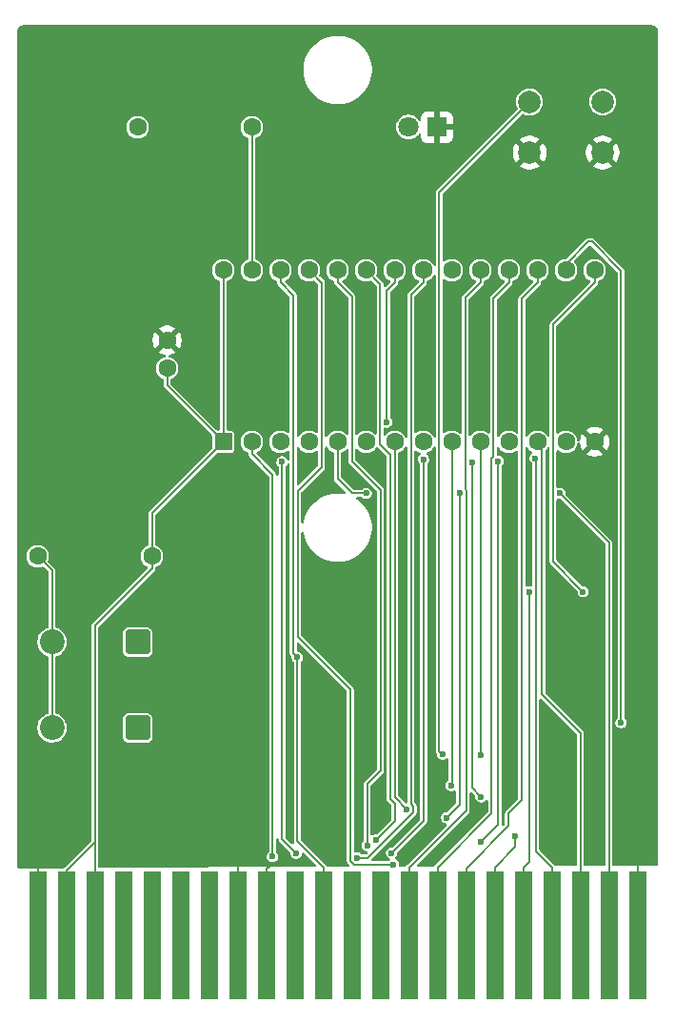
<source format=gtl>
%TF.GenerationSoftware,KiCad,Pcbnew,9.0.5-1.fc42*%
%TF.CreationDate,2025-11-09T17:28:59+08:00*%
%TF.ProjectId,JACC64-16K,4a414343-3634-42d3-9136-4b2e6b696361,rev?*%
%TF.SameCoordinates,Original*%
%TF.FileFunction,Copper,L1,Top*%
%TF.FilePolarity,Positive*%
%FSLAX46Y46*%
G04 Gerber Fmt 4.6, Leading zero omitted, Abs format (unit mm)*
G04 Created by KiCad (PCBNEW 9.0.5-1.fc42) date 2025-11-09 17:28:59*
%MOMM*%
%LPD*%
G01*
G04 APERTURE LIST*
G04 Aperture macros list*
%AMRoundRect*
0 Rectangle with rounded corners*
0 $1 Rounding radius*
0 $2 $3 $4 $5 $6 $7 $8 $9 X,Y pos of 4 corners*
0 Add a 4 corners polygon primitive as box body*
4,1,4,$2,$3,$4,$5,$6,$7,$8,$9,$2,$3,0*
0 Add four circle primitives for the rounded corners*
1,1,$1+$1,$2,$3*
1,1,$1+$1,$4,$5*
1,1,$1+$1,$6,$7*
1,1,$1+$1,$8,$9*
0 Add four rect primitives between the rounded corners*
20,1,$1+$1,$2,$3,$4,$5,0*
20,1,$1+$1,$4,$5,$6,$7,0*
20,1,$1+$1,$6,$7,$8,$9,0*
20,1,$1+$1,$8,$9,$2,$3,0*%
G04 Aperture macros list end*
%TA.AperFunction,ComponentPad*%
%ADD10RoundRect,0.249999X0.850001X0.850001X-0.850001X0.850001X-0.850001X-0.850001X0.850001X-0.850001X0*%
%TD*%
%TA.AperFunction,ComponentPad*%
%ADD11C,2.200000*%
%TD*%
%TA.AperFunction,ComponentPad*%
%ADD12C,2.000000*%
%TD*%
%TA.AperFunction,ComponentPad*%
%ADD13C,1.600000*%
%TD*%
%TA.AperFunction,ComponentPad*%
%ADD14R,1.800000X1.800000*%
%TD*%
%TA.AperFunction,ComponentPad*%
%ADD15C,1.800000*%
%TD*%
%TA.AperFunction,ConnectorPad*%
%ADD16R,1.524000X11.430000*%
%TD*%
%TA.AperFunction,ComponentPad*%
%ADD17RoundRect,0.250000X0.550000X-0.550000X0.550000X0.550000X-0.550000X0.550000X-0.550000X-0.550000X0*%
%TD*%
%TA.AperFunction,ViaPad*%
%ADD18C,0.600000*%
%TD*%
%TA.AperFunction,Conductor*%
%ADD19C,0.200000*%
%TD*%
G04 APERTURE END LIST*
D10*
%TO.P,D1,1,K*%
%TO.N,Net-(CN1-~{ROML})*%
X124460000Y-109220000D03*
D11*
%TO.P,D1,2,A*%
%TO.N,Net-(D1-A)*%
X116840000Y-109220000D03*
%TD*%
D12*
%TO.P,SW1,1,1*%
%TO.N,GND*%
X165810000Y-65750000D03*
X159310000Y-65750000D03*
%TO.P,SW1,2,2*%
%TO.N,Net-(CN1-~{RESET})*%
X165810000Y-61250000D03*
X159310000Y-61250000D03*
%TD*%
D13*
%TO.P,R2,1*%
%TO.N,Net-(D3-A)*%
X124460000Y-63500000D03*
%TO.P,R2,2*%
%TO.N,VCC*%
X134620000Y-63500000D03*
%TD*%
%TO.P,C1,1*%
%TO.N,GND*%
X127075800Y-82411100D03*
%TO.P,C1,2*%
%TO.N,VCC*%
X127075800Y-84911100D03*
%TD*%
%TO.P,R1,1*%
%TO.N,Net-(D1-A)*%
X115570000Y-101600000D03*
%TO.P,R1,2*%
%TO.N,VCC*%
X125730000Y-101600000D03*
%TD*%
D14*
%TO.P,D3,1,K*%
%TO.N,GND*%
X151075944Y-63500000D03*
D15*
%TO.P,D3,2,A*%
%TO.N,Net-(D3-A)*%
X148535944Y-63500000D03*
%TD*%
D10*
%TO.P,D2,1,K*%
%TO.N,Net-(CN1-~{ROMH})*%
X124460000Y-116840000D03*
D11*
%TO.P,D2,2,A*%
%TO.N,Net-(D1-A)*%
X116840000Y-116840000D03*
%TD*%
D16*
%TO.P,CN1,1,GND*%
%TO.N,GND*%
X115570000Y-135255000D03*
%TO.P,CN1,2,+5V*%
%TO.N,VCC*%
X118110000Y-135255000D03*
%TO.P,CN1,3,+5V*%
X120650000Y-135255000D03*
%TO.P,CN1,4,~{IRQ}*%
%TO.N,unconnected-(CN1-~{IRQ}-Pad4)*%
X123190000Y-135255000D03*
%TO.P,CN1,5,RW*%
%TO.N,unconnected-(CN1-RW-Pad5)*%
X125730000Y-135255000D03*
%TO.P,CN1,6,DOT_CLK*%
%TO.N,unconnected-(CN1-DOT_CLK-Pad6)*%
X128270000Y-135255000D03*
%TO.P,CN1,7,IO_1*%
%TO.N,unconnected-(CN1-IO_1-Pad7)*%
X130810000Y-135255000D03*
%TO.P,CN1,8,~{GAME}*%
%TO.N,GND*%
X133350000Y-135255000D03*
%TO.P,CN1,9,~{EXROM}*%
X135890000Y-135255000D03*
%TO.P,CN1,10,IO_2*%
%TO.N,unconnected-(CN1-IO_2-Pad10)*%
X138430000Y-135255000D03*
%TO.P,CN1,11,~{ROML}*%
%TO.N,Net-(CN1-~{ROML})*%
X140970000Y-135255000D03*
%TO.P,CN1,12,BA*%
%TO.N,unconnected-(CN1-BA-Pad12)*%
X143510000Y-135255000D03*
%TO.P,CN1,13,~{DMA}*%
%TO.N,unconnected-(CN1-~{DMA}-Pad13)*%
X146050000Y-135255000D03*
%TO.P,CN1,14,D7*%
%TO.N,/D7*%
X148590000Y-135255000D03*
%TO.P,CN1,15,D6*%
%TO.N,/D6*%
X151130000Y-135255000D03*
%TO.P,CN1,16,D5*%
%TO.N,/D5*%
X153670000Y-135255000D03*
%TO.P,CN1,17,D4*%
%TO.N,/D4*%
X156210000Y-135255000D03*
%TO.P,CN1,18,D3*%
%TO.N,/D3*%
X158750000Y-135255000D03*
%TO.P,CN1,19,D2*%
%TO.N,/D2*%
X161290000Y-135255000D03*
%TO.P,CN1,20,D1*%
%TO.N,/D1*%
X163830000Y-135255000D03*
%TO.P,CN1,21,D0*%
%TO.N,/D0*%
X166370000Y-135255000D03*
%TO.P,CN1,22,GND*%
%TO.N,GND*%
X168910000Y-135255000D03*
%TD*%
D17*
%TO.P,U1,1,VPP*%
%TO.N,VCC*%
X132080000Y-91440000D03*
D13*
%TO.P,U1,2,A12*%
%TO.N,/A12*%
X134620000Y-91440000D03*
%TO.P,U1,3,A7*%
%TO.N,/A7*%
X137160000Y-91440000D03*
%TO.P,U1,4,A6*%
%TO.N,/A6*%
X139700000Y-91440000D03*
%TO.P,U1,5,A5*%
%TO.N,/A5*%
X142240000Y-91440000D03*
%TO.P,U1,6,A4*%
%TO.N,/A4*%
X144780000Y-91440000D03*
%TO.P,U1,7,A3*%
%TO.N,/A3*%
X147320000Y-91440000D03*
%TO.P,U1,8,A2*%
%TO.N,/A2*%
X149860000Y-91440000D03*
%TO.P,U1,9,A1*%
%TO.N,/A1*%
X152400000Y-91440000D03*
%TO.P,U1,10,A0*%
%TO.N,/A0*%
X154940000Y-91440000D03*
%TO.P,U1,11,D0*%
%TO.N,/D0*%
X157480000Y-91440000D03*
%TO.P,U1,12,D1*%
%TO.N,/D1*%
X160020000Y-91440000D03*
%TO.P,U1,13,D2*%
%TO.N,/D2*%
X162560000Y-91440000D03*
%TO.P,U1,14,GND*%
%TO.N,GND*%
X165100000Y-91440000D03*
%TO.P,U1,15,D3*%
%TO.N,/D3*%
X165100000Y-76200000D03*
%TO.P,U1,16,D4*%
%TO.N,/D4*%
X162560000Y-76200000D03*
%TO.P,U1,17,D5*%
%TO.N,/D5*%
X160020000Y-76200000D03*
%TO.P,U1,18,D6*%
%TO.N,/D6*%
X157480000Y-76200000D03*
%TO.P,U1,19,D7*%
%TO.N,/D7*%
X154940000Y-76200000D03*
%TO.P,U1,20,~{CE}*%
%TO.N,Net-(D1-A)*%
X152400000Y-76200000D03*
%TO.P,U1,21,A10*%
%TO.N,/A10*%
X149860000Y-76200000D03*
%TO.P,U1,22,~{OE}*%
%TO.N,Net-(D1-A)*%
X147320000Y-76200000D03*
%TO.P,U1,23,A11*%
%TO.N,/A11*%
X144780000Y-76200000D03*
%TO.P,U1,24,A9*%
%TO.N,/A9*%
X142240000Y-76200000D03*
%TO.P,U1,25,A8*%
%TO.N,/A8*%
X139700000Y-76200000D03*
%TO.P,U1,26,A13*%
%TO.N,Net-(CN1-~{ROML})*%
X137160000Y-76200000D03*
%TO.P,U1,27,~{PGM}*%
%TO.N,VCC*%
X134620000Y-76200000D03*
%TO.P,U1,28,VCC*%
X132080000Y-76200000D03*
%TD*%
D18*
%TO.N,GND*%
X127000000Y-73660000D03*
X127000000Y-91440000D03*
X134620000Y-121920000D03*
X148560906Y-127894276D03*
X134620000Y-99060000D03*
X121920000Y-58420000D03*
X121920000Y-78740000D03*
X162560000Y-111760000D03*
X116840000Y-73660000D03*
X150382374Y-125858763D03*
X119380000Y-63500000D03*
X129540000Y-116840000D03*
X151667175Y-127197599D03*
X157480000Y-83820000D03*
X149860000Y-83820000D03*
X129540000Y-99060000D03*
X116840000Y-91440000D03*
X142240000Y-106680000D03*
X157480000Y-111760000D03*
X146000448Y-128282597D03*
X139700000Y-71120000D03*
X116840000Y-96520000D03*
X165031100Y-128129694D03*
X137924520Y-115879450D03*
X144780000Y-73660000D03*
X159243719Y-98891187D03*
X148014506Y-115443282D03*
X129540000Y-124460000D03*
X153704451Y-125365662D03*
X139559592Y-93390418D03*
X167640000Y-73660000D03*
X127000000Y-58420000D03*
X170180000Y-76200000D03*
X162560000Y-121920000D03*
X146083605Y-124139256D03*
X134620000Y-106680000D03*
X170180000Y-83820000D03*
X134620000Y-83820000D03*
X162072770Y-117410756D03*
X132080000Y-127000000D03*
X116840000Y-58420000D03*
X139700000Y-66040000D03*
X116840000Y-83820000D03*
X141833511Y-127487787D03*
X167640000Y-58420000D03*
X145679015Y-93997303D03*
X139700000Y-114300000D03*
X157480000Y-58420000D03*
X129540000Y-106680000D03*
X132080000Y-71120000D03*
X157480000Y-68580000D03*
X167640000Y-68580000D03*
X147320000Y-71120000D03*
X134620000Y-58420000D03*
X140827177Y-95417558D03*
X162560000Y-71120000D03*
X121920000Y-91440000D03*
X134620000Y-116840000D03*
%TO.N,Net-(CN1-~{RESET})*%
X151565200Y-119162500D03*
%TO.N,/A1*%
X152347500Y-121958700D03*
%TO.N,/D3*%
X159275700Y-104744000D03*
X164066200Y-104744000D03*
%TO.N,/D2*%
X159810700Y-92907700D03*
%TO.N,/A0*%
X154997400Y-119288000D03*
%TO.N,/A12*%
X136446700Y-128275600D03*
%TO.N,/A2*%
X154995800Y-122974000D03*
X154186600Y-93225800D03*
%TO.N,/A10*%
X143975600Y-128390200D03*
%TO.N,/D4*%
X158031100Y-126457700D03*
X167450500Y-116379200D03*
%TO.N,/A8*%
X147215335Y-128982165D03*
%TO.N,/A11*%
X145690800Y-126755100D03*
%TO.N,/A6*%
X138558400Y-127968300D03*
X137291900Y-93210900D03*
%TO.N,/A5*%
X151933500Y-124812500D03*
X153077500Y-96017600D03*
X144780000Y-96017600D03*
%TO.N,/A9*%
X144872500Y-127276500D03*
%TO.N,Net-(CN1-~{ROML})*%
X138643800Y-110561600D03*
%TO.N,/A7*%
X147035900Y-127954200D03*
X149889300Y-93002600D03*
%TO.N,/D0*%
X162003800Y-96017600D03*
%TO.N,/A3*%
X148360000Y-124044800D03*
%TO.N,/A4*%
X156536900Y-93181300D03*
X154940000Y-127000000D03*
%TO.N,Net-(D1-A)*%
X146608000Y-89690000D03*
%TD*%
D19*
%TO.N,GND*%
X136371200Y-129000000D02*
X136132900Y-129238300D01*
X169618100Y-126925000D02*
X168910000Y-127633100D01*
X133420800Y-129007200D02*
X133350000Y-129078000D01*
X114855000Y-127037200D02*
X115570000Y-127752200D01*
X115570000Y-127752200D02*
X115570000Y-135255000D01*
X135890000Y-135255000D02*
X135890000Y-129238300D01*
X133350000Y-129078000D02*
X133350000Y-135255000D01*
X168910000Y-127633100D02*
X168910000Y-135255000D01*
X136132900Y-129238300D02*
X135890000Y-129238300D01*
%TO.N,VCC*%
X120650000Y-127000000D02*
X118110000Y-129540000D01*
X127075800Y-86435800D02*
X132080000Y-91440000D01*
X125730000Y-101600000D02*
X125730000Y-102701700D01*
X120650000Y-129339200D02*
X120650000Y-129238300D01*
X134620000Y-63500000D02*
X134620000Y-76200000D01*
X132080000Y-76200000D02*
X132080000Y-91440000D01*
X120650000Y-129238300D02*
X120650000Y-107781700D01*
X120650000Y-135255000D02*
X120650000Y-129339200D01*
X118110000Y-129540000D02*
X118110000Y-135255000D01*
X127075800Y-84911100D02*
X127075800Y-86435800D01*
X125730000Y-101600000D02*
X125730000Y-97790000D01*
X120650000Y-107781700D02*
X125730000Y-102701700D01*
X125730000Y-97790000D02*
X132080000Y-91440000D01*
%TO.N,Net-(CN1-~{RESET})*%
X151287200Y-69272800D02*
X151287200Y-118884500D01*
X159310000Y-61250000D02*
X151287200Y-69272800D01*
X151287200Y-118884500D02*
X151565200Y-119162500D01*
%TO.N,/A1*%
X152400000Y-91440000D02*
X152400000Y-92541700D01*
X152400000Y-92541700D02*
X152400000Y-121906200D01*
X152400000Y-121906200D02*
X152347500Y-121958700D01*
%TO.N,/D3*%
X165100000Y-76200000D02*
X165100000Y-77301700D01*
X161402000Y-80999700D02*
X161402000Y-102079800D01*
X159275700Y-104744000D02*
X159275700Y-128712600D01*
X158750000Y-135255000D02*
X158750000Y-129238300D01*
X165100000Y-77301700D02*
X161402000Y-80999700D01*
X159275700Y-128712600D02*
X158750000Y-129238300D01*
X161402000Y-102079800D02*
X164066200Y-104744000D01*
%TO.N,/D2*%
X159877400Y-127825700D02*
X159877400Y-92974400D01*
X161290000Y-129238300D02*
X159877400Y-127825700D01*
X159877400Y-92974400D02*
X159810700Y-92907700D01*
X161290000Y-135255000D02*
X161290000Y-129238300D01*
%TO.N,/A0*%
X154940000Y-119230600D02*
X154940000Y-91440000D01*
X154997400Y-119288000D02*
X154940000Y-119230600D01*
%TO.N,/A12*%
X136446700Y-128275600D02*
X136446700Y-94368400D01*
X136446700Y-94368400D02*
X134620000Y-92541700D01*
X134620000Y-91440000D02*
X134620000Y-92541700D01*
%TO.N,/A2*%
X154186600Y-122164800D02*
X154186600Y-93225800D01*
X154995800Y-122974000D02*
X154186600Y-122164800D01*
%TO.N,/A10*%
X144906500Y-128390200D02*
X148961700Y-124335000D01*
X148961700Y-124335000D02*
X148961700Y-123795700D01*
X143975600Y-128390200D02*
X144906500Y-128390200D01*
X148758300Y-78403400D02*
X149860000Y-77301700D01*
X148758300Y-123592300D02*
X148758300Y-78403400D01*
X148961700Y-123795700D02*
X148758300Y-123592300D01*
X149860000Y-76200000D02*
X149860000Y-77301700D01*
%TO.N,/D4*%
X167450500Y-116379200D02*
X167450500Y-76241425D01*
X167450500Y-76241425D02*
X164869075Y-73660000D01*
X164869075Y-73660000D02*
X164541300Y-73660000D01*
X158031100Y-127417200D02*
X158031100Y-126457700D01*
X156210000Y-129238300D02*
X158031100Y-127417200D01*
X164541300Y-73660000D02*
X162560000Y-75641300D01*
X162560000Y-75641300D02*
X162560000Y-76200000D01*
X156210000Y-135255000D02*
X156210000Y-129238300D01*
%TO.N,/D1*%
X160412400Y-91832400D02*
X160020000Y-91440000D01*
X163830000Y-117298400D02*
X160412400Y-113880800D01*
X163830000Y-135255000D02*
X163830000Y-117298400D01*
X160412400Y-113880800D02*
X160412400Y-91832400D01*
%TO.N,/A8*%
X147207300Y-128990200D02*
X143727071Y-128990200D01*
X147215335Y-128982165D02*
X147207300Y-128990200D01*
X138689513Y-95788287D02*
X140822900Y-93654900D01*
X140822900Y-93654900D02*
X140822900Y-77322900D01*
X140822900Y-77322900D02*
X139700000Y-76200000D01*
X143727071Y-128990200D02*
X143375600Y-128638729D01*
X143375600Y-113441577D02*
X138689513Y-108755490D01*
X138689513Y-108755490D02*
X138689513Y-95788287D01*
X143375600Y-128638729D02*
X143375600Y-113441577D01*
%TO.N,/D6*%
X151130000Y-135255000D02*
X151130000Y-129238300D01*
X151130000Y-129238300D02*
X155935200Y-124433100D01*
X156095800Y-78685900D02*
X157480000Y-77301700D01*
X155935200Y-92931900D02*
X156095800Y-92771300D01*
X156095800Y-92771300D02*
X156095800Y-78685900D01*
X157480000Y-76200000D02*
X157480000Y-77301700D01*
X155935200Y-124433100D02*
X155935200Y-92931900D01*
%TO.N,/A11*%
X146920000Y-92595635D02*
X146008000Y-91683635D01*
X147320000Y-125125900D02*
X147320000Y-123570486D01*
X147320000Y-123570486D02*
X146920000Y-123170486D01*
X146008000Y-91683635D02*
X146008000Y-77428000D01*
X146920000Y-123170486D02*
X146920000Y-92595635D01*
X145690800Y-126755100D02*
X147320000Y-125125900D01*
X146008000Y-77428000D02*
X144780000Y-76200000D01*
%TO.N,/A6*%
X138558400Y-127968300D02*
X137291900Y-126701800D01*
X137291900Y-126701800D02*
X137291900Y-93210900D01*
%TO.N,/A5*%
X143517500Y-96017600D02*
X142240000Y-94740100D01*
X151933500Y-124812500D02*
X153077500Y-123668500D01*
X142240000Y-94740100D02*
X142240000Y-91440000D01*
X144780000Y-96017600D02*
X143517500Y-96017600D01*
X153077500Y-123668500D02*
X153077500Y-96017600D01*
%TO.N,/A9*%
X143510000Y-78571700D02*
X143510000Y-93165386D01*
X146068152Y-120631848D02*
X144872500Y-121827500D01*
X144872500Y-121827500D02*
X144872500Y-127276500D01*
X143510000Y-93165386D02*
X146068152Y-95723538D01*
X146068152Y-95723538D02*
X146068152Y-120631848D01*
X142240000Y-76200000D02*
X142240000Y-77301700D01*
X142240000Y-77301700D02*
X143510000Y-78571700D01*
%TO.N,/D7*%
X153679200Y-95768500D02*
X153584900Y-95674200D01*
X154940000Y-76200000D02*
X154940000Y-77301700D01*
X148590000Y-135255000D02*
X148590000Y-129238300D01*
X148590000Y-129238300D02*
X153679200Y-124149100D01*
X153679200Y-124149100D02*
X153679200Y-95768500D01*
X153584900Y-78656800D02*
X154940000Y-77301700D01*
X153584900Y-95674200D02*
X153584900Y-78656800D01*
%TO.N,/D5*%
X157429400Y-124460000D02*
X157429400Y-125560850D01*
X160020000Y-77301700D02*
X158615500Y-78706200D01*
X153670000Y-129320250D02*
X153670000Y-135255000D01*
X160020000Y-76200000D02*
X160020000Y-77301700D01*
X158615500Y-78706200D02*
X158615500Y-123273900D01*
X158615500Y-123273900D02*
X157429400Y-124460000D01*
X157429400Y-125560850D02*
X153670000Y-129320250D01*
%TO.N,Net-(CN1-~{ROML})*%
X138289513Y-110207313D02*
X138643800Y-110561600D01*
X138643800Y-110561600D02*
X138643800Y-126912100D01*
X138289513Y-78431213D02*
X138289513Y-110207313D01*
X137160000Y-77301700D02*
X138289513Y-78431213D01*
X140970000Y-135255000D02*
X140970000Y-129238300D01*
X137160000Y-76200000D02*
X137160000Y-77301700D01*
X138643800Y-126912100D02*
X140970000Y-129238300D01*
%TO.N,/A7*%
X149889300Y-125100800D02*
X147035900Y-127954200D01*
X149889300Y-93002600D02*
X149889300Y-125100800D01*
%TO.N,/D0*%
X166370000Y-100383800D02*
X166370000Y-135255000D01*
X162003800Y-96017600D02*
X166370000Y-100383800D01*
%TO.N,/A3*%
X147320000Y-123004800D02*
X147320000Y-91440000D01*
X148360000Y-124044800D02*
X147320000Y-123004800D01*
%TO.N,/A4*%
X154940000Y-127000000D02*
X156536800Y-125403200D01*
X156536800Y-93181300D02*
X156536900Y-93181300D01*
X156536800Y-125403200D02*
X156536800Y-93181300D01*
%TO.N,Net-(D1-A)*%
X115570000Y-101600000D02*
X116840000Y-102870000D01*
X146608000Y-78013700D02*
X146608000Y-89690000D01*
X116840000Y-116840000D02*
X116840000Y-109220000D01*
X116840000Y-102870000D02*
X116840000Y-109220000D01*
X147320000Y-77301700D02*
X146608000Y-78013700D01*
X147320000Y-76200000D02*
X147320000Y-77301700D01*
%TD*%
%TA.AperFunction,Conductor*%
%TO.N,GND*%
G36*
X170247731Y-54441172D02*
G01*
X170338073Y-54451353D01*
X170365143Y-54457532D01*
X170444347Y-54485248D01*
X170469363Y-54497296D01*
X170540408Y-54541937D01*
X170562118Y-54559249D01*
X170621454Y-54618586D01*
X170638764Y-54640293D01*
X170683409Y-54711346D01*
X170695451Y-54736350D01*
X170723170Y-54815565D01*
X170729347Y-54842631D01*
X170739539Y-54933082D01*
X170740319Y-54946979D01*
X170732370Y-128956259D01*
X170712678Y-129023297D01*
X170659869Y-129069046D01*
X170608874Y-129080245D01*
X166795004Y-129095755D01*
X166727885Y-129076343D01*
X166681916Y-129023726D01*
X166670500Y-128971756D01*
X166670500Y-100344239D01*
X166650020Y-100267809D01*
X166650017Y-100267804D01*
X166610464Y-100199295D01*
X166610458Y-100199287D01*
X162540619Y-96129448D01*
X162507134Y-96068125D01*
X162504300Y-96041767D01*
X162504300Y-95951710D01*
X162504300Y-95951708D01*
X162470192Y-95824414D01*
X162404300Y-95710286D01*
X162311114Y-95617100D01*
X162210699Y-95559125D01*
X162196987Y-95551208D01*
X162133339Y-95534154D01*
X162069692Y-95517100D01*
X161937908Y-95517100D01*
X161858593Y-95538352D01*
X161788743Y-95536689D01*
X161730880Y-95497526D01*
X161703377Y-95433297D01*
X161702500Y-95418577D01*
X161702500Y-92296784D01*
X161722185Y-92229745D01*
X161774989Y-92183990D01*
X161844147Y-92174046D01*
X161907703Y-92203071D01*
X161914181Y-92209103D01*
X161922214Y-92217136D01*
X161922218Y-92217139D01*
X162086079Y-92326628D01*
X162086092Y-92326635D01*
X162245814Y-92392793D01*
X162268165Y-92402051D01*
X162268169Y-92402051D01*
X162268170Y-92402052D01*
X162461456Y-92440500D01*
X162461459Y-92440500D01*
X162658543Y-92440500D01*
X162808887Y-92410594D01*
X162851835Y-92402051D01*
X162908468Y-92378593D01*
X162959021Y-92357654D01*
X163033907Y-92326635D01*
X163033907Y-92326634D01*
X163033914Y-92326632D01*
X163197782Y-92217139D01*
X163337139Y-92077782D01*
X163446632Y-91913914D01*
X163447642Y-91911477D01*
X163470673Y-91855873D01*
X163522051Y-91731835D01*
X163558034Y-91550937D01*
X163590419Y-91489027D01*
X163651134Y-91454453D01*
X163720904Y-91458192D01*
X163777576Y-91499059D01*
X163802124Y-91555731D01*
X163832009Y-91744417D01*
X163895244Y-91939031D01*
X163988141Y-92121350D01*
X163988147Y-92121359D01*
X164020523Y-92165921D01*
X164020524Y-92165922D01*
X164700000Y-91486446D01*
X164700000Y-91492661D01*
X164727259Y-91594394D01*
X164779920Y-91685606D01*
X164854394Y-91760080D01*
X164945606Y-91812741D01*
X165047339Y-91840000D01*
X165053553Y-91840000D01*
X164374076Y-92519474D01*
X164418650Y-92551859D01*
X164600968Y-92644755D01*
X164795582Y-92707990D01*
X164997683Y-92740000D01*
X165202317Y-92740000D01*
X165404417Y-92707990D01*
X165599031Y-92644755D01*
X165781349Y-92551859D01*
X165825921Y-92519474D01*
X165146447Y-91840000D01*
X165152661Y-91840000D01*
X165254394Y-91812741D01*
X165345606Y-91760080D01*
X165420080Y-91685606D01*
X165472741Y-91594394D01*
X165500000Y-91492661D01*
X165500000Y-91486448D01*
X166179474Y-92165922D01*
X166179474Y-92165921D01*
X166211859Y-92121349D01*
X166304755Y-91939031D01*
X166367990Y-91744417D01*
X166400000Y-91542317D01*
X166400000Y-91337682D01*
X166367990Y-91135582D01*
X166304755Y-90940968D01*
X166211859Y-90758650D01*
X166179474Y-90714077D01*
X166179474Y-90714076D01*
X165500000Y-91393551D01*
X165500000Y-91387339D01*
X165472741Y-91285606D01*
X165420080Y-91194394D01*
X165345606Y-91119920D01*
X165254394Y-91067259D01*
X165152661Y-91040000D01*
X165146446Y-91040000D01*
X165825922Y-90360524D01*
X165825921Y-90360523D01*
X165781359Y-90328147D01*
X165781350Y-90328141D01*
X165599031Y-90235244D01*
X165404417Y-90172009D01*
X165202317Y-90140000D01*
X164997683Y-90140000D01*
X164795582Y-90172009D01*
X164600968Y-90235244D01*
X164418644Y-90328143D01*
X164374077Y-90360523D01*
X164374077Y-90360524D01*
X165053554Y-91040000D01*
X165047339Y-91040000D01*
X164945606Y-91067259D01*
X164854394Y-91119920D01*
X164779920Y-91194394D01*
X164727259Y-91285606D01*
X164700000Y-91387339D01*
X164700000Y-91393553D01*
X164020524Y-90714077D01*
X164020523Y-90714077D01*
X163988143Y-90758644D01*
X163895244Y-90940968D01*
X163832010Y-91135581D01*
X163802124Y-91324269D01*
X163772194Y-91387403D01*
X163712883Y-91424334D01*
X163643020Y-91423336D01*
X163584788Y-91384726D01*
X163558034Y-91329061D01*
X163548409Y-91280674D01*
X163522051Y-91148165D01*
X163510352Y-91119920D01*
X163446635Y-90966092D01*
X163446628Y-90966079D01*
X163337139Y-90802218D01*
X163337136Y-90802214D01*
X163197785Y-90662863D01*
X163197781Y-90662860D01*
X163033920Y-90553371D01*
X163033907Y-90553364D01*
X162959016Y-90522344D01*
X162851839Y-90477950D01*
X162851829Y-90477947D01*
X162658543Y-90439500D01*
X162658541Y-90439500D01*
X162461459Y-90439500D01*
X162461457Y-90439500D01*
X162268170Y-90477947D01*
X162268160Y-90477950D01*
X162086092Y-90553364D01*
X162086079Y-90553371D01*
X161922218Y-90662860D01*
X161922214Y-90662863D01*
X161914181Y-90670897D01*
X161852858Y-90704382D01*
X161783166Y-90699398D01*
X161727233Y-90657526D01*
X161702816Y-90592062D01*
X161702500Y-90583216D01*
X161702500Y-81175533D01*
X161722185Y-81108494D01*
X161738819Y-81087852D01*
X162067431Y-80759240D01*
X165340460Y-77486211D01*
X165380022Y-77417688D01*
X165400500Y-77341262D01*
X165400500Y-77262138D01*
X165400500Y-77241315D01*
X165420185Y-77174276D01*
X165472989Y-77128521D01*
X165477002Y-77126773D01*
X165573914Y-77086632D01*
X165737782Y-76977139D01*
X165877139Y-76837782D01*
X165986632Y-76673914D01*
X165988139Y-76670277D01*
X166020222Y-76592820D01*
X166062051Y-76491835D01*
X166076885Y-76417258D01*
X166100500Y-76298543D01*
X166100500Y-76101456D01*
X166062052Y-75908170D01*
X166062051Y-75908169D01*
X166062051Y-75908165D01*
X166062049Y-75908160D01*
X165986635Y-75726092D01*
X165986628Y-75726079D01*
X165877139Y-75562218D01*
X165877136Y-75562214D01*
X165737785Y-75422863D01*
X165737781Y-75422860D01*
X165573920Y-75313371D01*
X165573907Y-75313364D01*
X165391839Y-75237950D01*
X165391829Y-75237947D01*
X165198543Y-75199500D01*
X165198541Y-75199500D01*
X165001459Y-75199500D01*
X165001457Y-75199500D01*
X164808170Y-75237947D01*
X164808160Y-75237950D01*
X164626092Y-75313364D01*
X164626079Y-75313371D01*
X164462218Y-75422860D01*
X164462214Y-75422863D01*
X164322863Y-75562214D01*
X164322860Y-75562218D01*
X164213371Y-75726079D01*
X164213364Y-75726092D01*
X164137950Y-75908160D01*
X164137947Y-75908170D01*
X164099500Y-76101456D01*
X164099500Y-76101459D01*
X164099500Y-76298541D01*
X164099500Y-76298543D01*
X164099499Y-76298543D01*
X164137947Y-76491829D01*
X164137950Y-76491839D01*
X164213364Y-76673907D01*
X164213371Y-76673920D01*
X164322860Y-76837781D01*
X164322863Y-76837785D01*
X164462217Y-76977139D01*
X164534562Y-77025478D01*
X164626086Y-77086632D01*
X164641315Y-77092940D01*
X164695718Y-77136776D01*
X164717786Y-77203070D01*
X164700510Y-77270770D01*
X164681546Y-77295182D01*
X161217489Y-80759240D01*
X161161541Y-80815187D01*
X161161535Y-80815195D01*
X161121982Y-80883704D01*
X161121979Y-80883709D01*
X161101500Y-80960139D01*
X161101500Y-90848952D01*
X161081815Y-90915991D01*
X161029011Y-90961746D01*
X160959853Y-90971690D01*
X160896297Y-90942665D01*
X160874398Y-90917843D01*
X160797139Y-90802218D01*
X160797136Y-90802214D01*
X160657785Y-90662863D01*
X160657781Y-90662860D01*
X160493920Y-90553371D01*
X160493907Y-90553364D01*
X160311839Y-90477950D01*
X160311829Y-90477947D01*
X160118543Y-90439500D01*
X160118541Y-90439500D01*
X159921459Y-90439500D01*
X159921457Y-90439500D01*
X159728170Y-90477947D01*
X159728160Y-90477950D01*
X159546092Y-90553364D01*
X159546079Y-90553371D01*
X159382218Y-90662860D01*
X159382214Y-90662863D01*
X159242863Y-90802214D01*
X159242860Y-90802218D01*
X159143102Y-90951517D01*
X159089490Y-90996322D01*
X159020165Y-91005029D01*
X158957137Y-90974875D01*
X158920418Y-90915432D01*
X158916000Y-90882626D01*
X158916000Y-78882033D01*
X158935685Y-78814994D01*
X158952319Y-78794352D01*
X159583731Y-78162940D01*
X160260460Y-77486211D01*
X160271227Y-77467562D01*
X160300021Y-77417689D01*
X160320500Y-77341262D01*
X160320500Y-77241315D01*
X160340185Y-77174276D01*
X160392989Y-77128521D01*
X160397002Y-77126773D01*
X160493914Y-77086632D01*
X160657782Y-76977139D01*
X160797139Y-76837782D01*
X160906632Y-76673914D01*
X160908139Y-76670277D01*
X160940222Y-76592820D01*
X160982051Y-76491835D01*
X160996885Y-76417258D01*
X161020500Y-76298543D01*
X161559499Y-76298543D01*
X161597947Y-76491829D01*
X161597950Y-76491839D01*
X161673364Y-76673907D01*
X161673371Y-76673920D01*
X161782860Y-76837781D01*
X161782863Y-76837785D01*
X161922214Y-76977136D01*
X161922218Y-76977139D01*
X162086079Y-77086628D01*
X162086092Y-77086635D01*
X162236188Y-77148806D01*
X162268165Y-77162051D01*
X162268169Y-77162051D01*
X162268170Y-77162052D01*
X162461456Y-77200500D01*
X162461459Y-77200500D01*
X162658543Y-77200500D01*
X162808887Y-77170594D01*
X162851835Y-77162051D01*
X163033914Y-77086632D01*
X163197782Y-76977139D01*
X163337139Y-76837782D01*
X163446632Y-76673914D01*
X163448139Y-76670277D01*
X163480222Y-76592820D01*
X163522051Y-76491835D01*
X163536885Y-76417258D01*
X163560500Y-76298543D01*
X163560500Y-76101456D01*
X163522052Y-75908170D01*
X163522051Y-75908169D01*
X163522051Y-75908165D01*
X163522049Y-75908160D01*
X163446635Y-75726092D01*
X163446628Y-75726079D01*
X163337139Y-75562218D01*
X163337136Y-75562214D01*
X163288277Y-75513355D01*
X163254792Y-75452032D01*
X163259776Y-75382340D01*
X163288275Y-75337995D01*
X164617508Y-74008762D01*
X164678829Y-73975279D01*
X164748521Y-73980263D01*
X164792868Y-74008764D01*
X167113681Y-76329577D01*
X167147166Y-76390900D01*
X167150000Y-76417258D01*
X167150000Y-115920523D01*
X167130315Y-115987562D01*
X167113682Y-116008204D01*
X167050000Y-116071886D01*
X166984108Y-116186012D01*
X166950000Y-116313308D01*
X166950000Y-116445091D01*
X166984108Y-116572387D01*
X167017054Y-116629450D01*
X167050000Y-116686514D01*
X167143186Y-116779700D01*
X167257314Y-116845592D01*
X167384608Y-116879700D01*
X167384610Y-116879700D01*
X167516390Y-116879700D01*
X167516392Y-116879700D01*
X167643686Y-116845592D01*
X167757814Y-116779700D01*
X167851000Y-116686514D01*
X167916892Y-116572386D01*
X167951000Y-116445092D01*
X167951000Y-116313308D01*
X167916892Y-116186014D01*
X167851000Y-116071886D01*
X167787318Y-116008204D01*
X167753834Y-115946880D01*
X167751000Y-115920523D01*
X167751000Y-76201864D01*
X167730520Y-76125434D01*
X167730517Y-76125429D01*
X167690964Y-76056920D01*
X167690958Y-76056912D01*
X165053587Y-73419541D01*
X165053579Y-73419535D01*
X164985070Y-73379982D01*
X164985065Y-73379979D01*
X164959588Y-73373152D01*
X164908637Y-73359500D01*
X164501738Y-73359500D01*
X164463524Y-73369739D01*
X164425309Y-73379979D01*
X164425304Y-73379982D01*
X164356795Y-73419535D01*
X164356787Y-73419541D01*
X162613148Y-75163181D01*
X162551825Y-75196666D01*
X162525467Y-75199500D01*
X162461457Y-75199500D01*
X162268170Y-75237947D01*
X162268160Y-75237950D01*
X162086092Y-75313364D01*
X162086079Y-75313371D01*
X161922218Y-75422860D01*
X161922214Y-75422863D01*
X161782863Y-75562214D01*
X161782860Y-75562218D01*
X161673371Y-75726079D01*
X161673364Y-75726092D01*
X161597950Y-75908160D01*
X161597947Y-75908170D01*
X161559500Y-76101456D01*
X161559500Y-76101459D01*
X161559500Y-76298541D01*
X161559500Y-76298543D01*
X161559499Y-76298543D01*
X161020500Y-76298543D01*
X161020500Y-76101456D01*
X160982052Y-75908170D01*
X160982051Y-75908169D01*
X160982051Y-75908165D01*
X160982049Y-75908160D01*
X160906635Y-75726092D01*
X160906628Y-75726079D01*
X160797139Y-75562218D01*
X160797136Y-75562214D01*
X160657785Y-75422863D01*
X160657781Y-75422860D01*
X160493920Y-75313371D01*
X160493907Y-75313364D01*
X160311839Y-75237950D01*
X160311829Y-75237947D01*
X160118543Y-75199500D01*
X160118541Y-75199500D01*
X159921459Y-75199500D01*
X159921457Y-75199500D01*
X159728170Y-75237947D01*
X159728160Y-75237950D01*
X159546092Y-75313364D01*
X159546079Y-75313371D01*
X159382218Y-75422860D01*
X159382214Y-75422863D01*
X159242863Y-75562214D01*
X159242860Y-75562218D01*
X159133371Y-75726079D01*
X159133364Y-75726092D01*
X159057950Y-75908160D01*
X159057947Y-75908170D01*
X159019500Y-76101456D01*
X159019500Y-76101459D01*
X159019500Y-76298541D01*
X159019500Y-76298543D01*
X159019499Y-76298543D01*
X159057947Y-76491829D01*
X159057950Y-76491839D01*
X159133364Y-76673907D01*
X159133371Y-76673920D01*
X159242860Y-76837781D01*
X159242863Y-76837785D01*
X159382217Y-76977139D01*
X159454562Y-77025478D01*
X159546086Y-77086632D01*
X159561315Y-77092940D01*
X159615718Y-77136776D01*
X159637786Y-77203070D01*
X159620510Y-77270770D01*
X159601546Y-77295182D01*
X158430989Y-78465740D01*
X158375041Y-78521687D01*
X158375035Y-78521695D01*
X158335482Y-78590204D01*
X158335479Y-78590209D01*
X158321826Y-78641162D01*
X158316819Y-78659852D01*
X158315000Y-78666639D01*
X158315000Y-90562649D01*
X158295315Y-90629688D01*
X158242511Y-90675443D01*
X158173353Y-90685387D01*
X158122110Y-90665751D01*
X157953925Y-90553374D01*
X157953907Y-90553364D01*
X157771839Y-90477950D01*
X157771829Y-90477947D01*
X157578543Y-90439500D01*
X157578541Y-90439500D01*
X157381459Y-90439500D01*
X157381457Y-90439500D01*
X157188170Y-90477947D01*
X157188160Y-90477950D01*
X157006092Y-90553364D01*
X157006079Y-90553371D01*
X156842218Y-90662860D01*
X156842214Y-90662863D01*
X156702863Y-90802214D01*
X156702860Y-90802218D01*
X156623402Y-90921136D01*
X156569790Y-90965941D01*
X156500465Y-90974648D01*
X156437437Y-90944494D01*
X156400718Y-90885051D01*
X156396300Y-90852245D01*
X156396300Y-78861733D01*
X156415985Y-78794694D01*
X156432619Y-78774052D01*
X157068500Y-78138171D01*
X157720460Y-77486211D01*
X157731227Y-77467562D01*
X157760021Y-77417689D01*
X157780500Y-77341262D01*
X157780500Y-77241315D01*
X157800185Y-77174276D01*
X157852989Y-77128521D01*
X157857002Y-77126773D01*
X157953914Y-77086632D01*
X158117782Y-76977139D01*
X158257139Y-76837782D01*
X158366632Y-76673914D01*
X158368139Y-76670277D01*
X158400222Y-76592820D01*
X158442051Y-76491835D01*
X158456885Y-76417258D01*
X158480500Y-76298543D01*
X158480500Y-76101456D01*
X158442052Y-75908170D01*
X158442051Y-75908169D01*
X158442051Y-75908165D01*
X158442049Y-75908160D01*
X158366635Y-75726092D01*
X158366628Y-75726079D01*
X158257139Y-75562218D01*
X158257136Y-75562214D01*
X158117785Y-75422863D01*
X158117781Y-75422860D01*
X157953920Y-75313371D01*
X157953907Y-75313364D01*
X157771839Y-75237950D01*
X157771829Y-75237947D01*
X157578543Y-75199500D01*
X157578541Y-75199500D01*
X157381459Y-75199500D01*
X157381457Y-75199500D01*
X157188170Y-75237947D01*
X157188160Y-75237950D01*
X157006092Y-75313364D01*
X157006079Y-75313371D01*
X156842218Y-75422860D01*
X156842214Y-75422863D01*
X156702863Y-75562214D01*
X156702860Y-75562218D01*
X156593371Y-75726079D01*
X156593364Y-75726092D01*
X156517950Y-75908160D01*
X156517947Y-75908170D01*
X156479500Y-76101456D01*
X156479500Y-76101459D01*
X156479500Y-76298541D01*
X156479500Y-76298543D01*
X156479499Y-76298543D01*
X156517947Y-76491829D01*
X156517950Y-76491839D01*
X156593364Y-76673907D01*
X156593371Y-76673920D01*
X156702860Y-76837781D01*
X156702863Y-76837785D01*
X156842217Y-76977139D01*
X156914562Y-77025478D01*
X157006086Y-77086632D01*
X157021315Y-77092940D01*
X157075718Y-77136776D01*
X157097786Y-77203070D01*
X157080510Y-77270770D01*
X157061546Y-77295182D01*
X155911289Y-78445440D01*
X155855341Y-78501387D01*
X155855335Y-78501395D01*
X155815782Y-78569904D01*
X155815779Y-78569909D01*
X155795300Y-78646339D01*
X155795300Y-90581016D01*
X155775615Y-90648055D01*
X155722811Y-90693810D01*
X155653653Y-90703754D01*
X155590097Y-90674729D01*
X155583619Y-90668697D01*
X155577785Y-90662863D01*
X155577781Y-90662860D01*
X155413920Y-90553371D01*
X155413907Y-90553364D01*
X155231839Y-90477950D01*
X155231829Y-90477947D01*
X155038543Y-90439500D01*
X155038541Y-90439500D01*
X154841459Y-90439500D01*
X154841457Y-90439500D01*
X154648170Y-90477947D01*
X154648160Y-90477950D01*
X154466092Y-90553364D01*
X154466079Y-90553371D01*
X154302218Y-90662860D01*
X154302214Y-90662863D01*
X154162863Y-90802214D01*
X154162860Y-90802218D01*
X154112502Y-90877584D01*
X154058889Y-90922389D01*
X153989564Y-90931096D01*
X153926537Y-90900941D01*
X153889818Y-90841498D01*
X153885400Y-90808693D01*
X153885400Y-78832633D01*
X153905085Y-78765594D01*
X153921719Y-78744952D01*
X154544177Y-78122494D01*
X155180460Y-77486211D01*
X155191227Y-77467562D01*
X155220021Y-77417689D01*
X155240500Y-77341262D01*
X155240500Y-77241315D01*
X155260185Y-77174276D01*
X155312989Y-77128521D01*
X155317002Y-77126773D01*
X155413914Y-77086632D01*
X155577782Y-76977139D01*
X155717139Y-76837782D01*
X155826632Y-76673914D01*
X155828139Y-76670277D01*
X155860222Y-76592820D01*
X155902051Y-76491835D01*
X155916885Y-76417258D01*
X155940500Y-76298543D01*
X155940500Y-76101456D01*
X155902052Y-75908170D01*
X155902051Y-75908169D01*
X155902051Y-75908165D01*
X155902049Y-75908160D01*
X155826635Y-75726092D01*
X155826628Y-75726079D01*
X155717139Y-75562218D01*
X155717136Y-75562214D01*
X155577785Y-75422863D01*
X155577781Y-75422860D01*
X155413920Y-75313371D01*
X155413907Y-75313364D01*
X155231839Y-75237950D01*
X155231829Y-75237947D01*
X155038543Y-75199500D01*
X155038541Y-75199500D01*
X154841459Y-75199500D01*
X154841457Y-75199500D01*
X154648170Y-75237947D01*
X154648160Y-75237950D01*
X154466092Y-75313364D01*
X154466079Y-75313371D01*
X154302218Y-75422860D01*
X154302214Y-75422863D01*
X154162863Y-75562214D01*
X154162860Y-75562218D01*
X154053371Y-75726079D01*
X154053364Y-75726092D01*
X153977950Y-75908160D01*
X153977947Y-75908170D01*
X153939500Y-76101456D01*
X153939500Y-76101459D01*
X153939500Y-76298541D01*
X153939500Y-76298543D01*
X153939499Y-76298543D01*
X153977947Y-76491829D01*
X153977950Y-76491839D01*
X154053364Y-76673907D01*
X154053371Y-76673920D01*
X154162860Y-76837781D01*
X154162863Y-76837785D01*
X154302217Y-76977139D01*
X154374562Y-77025478D01*
X154466086Y-77086632D01*
X154481315Y-77092940D01*
X154535718Y-77136776D01*
X154557786Y-77203070D01*
X154540510Y-77270770D01*
X154521546Y-77295182D01*
X153400389Y-78416340D01*
X153344441Y-78472287D01*
X153344435Y-78472295D01*
X153304882Y-78540804D01*
X153304879Y-78540809D01*
X153284400Y-78617239D01*
X153284400Y-90610116D01*
X153264715Y-90677155D01*
X153211911Y-90722910D01*
X153142753Y-90732854D01*
X153079197Y-90703829D01*
X153072719Y-90697797D01*
X153037785Y-90662863D01*
X153037781Y-90662860D01*
X152873920Y-90553371D01*
X152873907Y-90553364D01*
X152691839Y-90477950D01*
X152691829Y-90477947D01*
X152498543Y-90439500D01*
X152498541Y-90439500D01*
X152301459Y-90439500D01*
X152301457Y-90439500D01*
X152108170Y-90477947D01*
X152108160Y-90477950D01*
X151926092Y-90553364D01*
X151926079Y-90553371D01*
X151780591Y-90650584D01*
X151713913Y-90671462D01*
X151646533Y-90652977D01*
X151599843Y-90600999D01*
X151587700Y-90547482D01*
X151587700Y-77092517D01*
X151607385Y-77025478D01*
X151660189Y-76979723D01*
X151729347Y-76969779D01*
X151780589Y-76989414D01*
X151837510Y-77027447D01*
X151926079Y-77086628D01*
X151926092Y-77086635D01*
X152076188Y-77148806D01*
X152108165Y-77162051D01*
X152108169Y-77162051D01*
X152108170Y-77162052D01*
X152301456Y-77200500D01*
X152301459Y-77200500D01*
X152498543Y-77200500D01*
X152648887Y-77170594D01*
X152691835Y-77162051D01*
X152873914Y-77086632D01*
X153037782Y-76977139D01*
X153177139Y-76837782D01*
X153286632Y-76673914D01*
X153288139Y-76670277D01*
X153320222Y-76592820D01*
X153362051Y-76491835D01*
X153376885Y-76417258D01*
X153400500Y-76298543D01*
X153400500Y-76101456D01*
X153362052Y-75908170D01*
X153362051Y-75908169D01*
X153362051Y-75908165D01*
X153362049Y-75908160D01*
X153286635Y-75726092D01*
X153286628Y-75726079D01*
X153177139Y-75562218D01*
X153177136Y-75562214D01*
X153037785Y-75422863D01*
X153037781Y-75422860D01*
X152873920Y-75313371D01*
X152873907Y-75313364D01*
X152691839Y-75237950D01*
X152691829Y-75237947D01*
X152498543Y-75199500D01*
X152498541Y-75199500D01*
X152301459Y-75199500D01*
X152301457Y-75199500D01*
X152108170Y-75237947D01*
X152108160Y-75237950D01*
X151926092Y-75313364D01*
X151926079Y-75313371D01*
X151780591Y-75410584D01*
X151713913Y-75431462D01*
X151646533Y-75412977D01*
X151599843Y-75360999D01*
X151587700Y-75307482D01*
X151587700Y-69448632D01*
X151607385Y-69381593D01*
X151624014Y-69360956D01*
X155353022Y-65631947D01*
X157810000Y-65631947D01*
X157810000Y-65868052D01*
X157846934Y-66101247D01*
X157919897Y-66325802D01*
X158027087Y-66536174D01*
X158087338Y-66619104D01*
X158087340Y-66619105D01*
X158786212Y-65920233D01*
X158797482Y-65962292D01*
X158869890Y-66087708D01*
X158972292Y-66190110D01*
X159097708Y-66262518D01*
X159139765Y-66273787D01*
X158440893Y-66972658D01*
X158523828Y-67032914D01*
X158734197Y-67140102D01*
X158958752Y-67213065D01*
X158958751Y-67213065D01*
X159191948Y-67250000D01*
X159428052Y-67250000D01*
X159661247Y-67213065D01*
X159885802Y-67140102D01*
X160096163Y-67032918D01*
X160096169Y-67032914D01*
X160179104Y-66972658D01*
X160179105Y-66972658D01*
X159480233Y-66273787D01*
X159522292Y-66262518D01*
X159647708Y-66190110D01*
X159750110Y-66087708D01*
X159822518Y-65962292D01*
X159833787Y-65920234D01*
X160532658Y-66619105D01*
X160532658Y-66619104D01*
X160592914Y-66536169D01*
X160592918Y-66536163D01*
X160700102Y-66325802D01*
X160773065Y-66101247D01*
X160810000Y-65868052D01*
X160810000Y-65631947D01*
X164310000Y-65631947D01*
X164310000Y-65868052D01*
X164346934Y-66101247D01*
X164419897Y-66325802D01*
X164527087Y-66536174D01*
X164587338Y-66619104D01*
X164587340Y-66619105D01*
X165286212Y-65920233D01*
X165297482Y-65962292D01*
X165369890Y-66087708D01*
X165472292Y-66190110D01*
X165597708Y-66262518D01*
X165639765Y-66273787D01*
X164940893Y-66972658D01*
X165023828Y-67032914D01*
X165234197Y-67140102D01*
X165458752Y-67213065D01*
X165458751Y-67213065D01*
X165691948Y-67250000D01*
X165928052Y-67250000D01*
X166161247Y-67213065D01*
X166385802Y-67140102D01*
X166596163Y-67032918D01*
X166596169Y-67032914D01*
X166679104Y-66972658D01*
X166679105Y-66972658D01*
X165980233Y-66273787D01*
X166022292Y-66262518D01*
X166147708Y-66190110D01*
X166250110Y-66087708D01*
X166322518Y-65962292D01*
X166333787Y-65920233D01*
X167032658Y-66619105D01*
X167032658Y-66619104D01*
X167092914Y-66536169D01*
X167092918Y-66536163D01*
X167200102Y-66325802D01*
X167273065Y-66101247D01*
X167310000Y-65868052D01*
X167310000Y-65631947D01*
X167273065Y-65398752D01*
X167200102Y-65174197D01*
X167092914Y-64963828D01*
X167032658Y-64880894D01*
X167032658Y-64880893D01*
X166333787Y-65579765D01*
X166322518Y-65537708D01*
X166250110Y-65412292D01*
X166147708Y-65309890D01*
X166022292Y-65237482D01*
X165980234Y-65226212D01*
X166679105Y-64527340D01*
X166679104Y-64527338D01*
X166596174Y-64467087D01*
X166385802Y-64359897D01*
X166161247Y-64286934D01*
X166161248Y-64286934D01*
X165928052Y-64250000D01*
X165691948Y-64250000D01*
X165458752Y-64286934D01*
X165234197Y-64359897D01*
X165023830Y-64467084D01*
X164940894Y-64527340D01*
X165639766Y-65226212D01*
X165597708Y-65237482D01*
X165472292Y-65309890D01*
X165369890Y-65412292D01*
X165297482Y-65537708D01*
X165286212Y-65579766D01*
X164587340Y-64880894D01*
X164527084Y-64963830D01*
X164419897Y-65174197D01*
X164346934Y-65398752D01*
X164310000Y-65631947D01*
X160810000Y-65631947D01*
X160773065Y-65398752D01*
X160700102Y-65174197D01*
X160592914Y-64963828D01*
X160532658Y-64880894D01*
X160532658Y-64880893D01*
X159833787Y-65579765D01*
X159822518Y-65537708D01*
X159750110Y-65412292D01*
X159647708Y-65309890D01*
X159522292Y-65237482D01*
X159480234Y-65226212D01*
X160179105Y-64527340D01*
X160179104Y-64527339D01*
X160096174Y-64467087D01*
X159885802Y-64359897D01*
X159661247Y-64286934D01*
X159661248Y-64286934D01*
X159428052Y-64250000D01*
X159191948Y-64250000D01*
X158958752Y-64286934D01*
X158734197Y-64359897D01*
X158523830Y-64467084D01*
X158440894Y-64527340D01*
X159139766Y-65226212D01*
X159097708Y-65237482D01*
X158972292Y-65309890D01*
X158869890Y-65412292D01*
X158797482Y-65537708D01*
X158786212Y-65579766D01*
X158087340Y-64880894D01*
X158027084Y-64963830D01*
X157919897Y-65174197D01*
X157846934Y-65398752D01*
X157810000Y-65631947D01*
X155353022Y-65631947D01*
X158635256Y-62349713D01*
X158696577Y-62316230D01*
X158766269Y-62321214D01*
X158779223Y-62326907D01*
X158849168Y-62362547D01*
X158993488Y-62409439D01*
X159028881Y-62420940D01*
X159215514Y-62450500D01*
X159215519Y-62450500D01*
X159404486Y-62450500D01*
X159591118Y-62420940D01*
X159770832Y-62362547D01*
X159939199Y-62276760D01*
X160092073Y-62165690D01*
X160225690Y-62032073D01*
X160336760Y-61879199D01*
X160422547Y-61710832D01*
X160480940Y-61531118D01*
X160492125Y-61460499D01*
X160510500Y-61344486D01*
X160510500Y-61155513D01*
X164609500Y-61155513D01*
X164609500Y-61344486D01*
X164639059Y-61531118D01*
X164697454Y-61710836D01*
X164783240Y-61879199D01*
X164894310Y-62032073D01*
X165027927Y-62165690D01*
X165180801Y-62276760D01*
X165260347Y-62317290D01*
X165349163Y-62362545D01*
X165349165Y-62362545D01*
X165349168Y-62362547D01*
X165445497Y-62393846D01*
X165528881Y-62420940D01*
X165715514Y-62450500D01*
X165715519Y-62450500D01*
X165904486Y-62450500D01*
X166091118Y-62420940D01*
X166270832Y-62362547D01*
X166439199Y-62276760D01*
X166592073Y-62165690D01*
X166725690Y-62032073D01*
X166836760Y-61879199D01*
X166922547Y-61710832D01*
X166980940Y-61531118D01*
X166992125Y-61460499D01*
X167010500Y-61344486D01*
X167010500Y-61155513D01*
X166980940Y-60968881D01*
X166922545Y-60789163D01*
X166836759Y-60620800D01*
X166725690Y-60467927D01*
X166592073Y-60334310D01*
X166439199Y-60223240D01*
X166270836Y-60137454D01*
X166091118Y-60079059D01*
X165904486Y-60049500D01*
X165904481Y-60049500D01*
X165715519Y-60049500D01*
X165715514Y-60049500D01*
X165528881Y-60079059D01*
X165349163Y-60137454D01*
X165180800Y-60223240D01*
X165093579Y-60286610D01*
X165027927Y-60334310D01*
X165027925Y-60334312D01*
X165027924Y-60334312D01*
X164894312Y-60467924D01*
X164894312Y-60467925D01*
X164894310Y-60467927D01*
X164846610Y-60533579D01*
X164783240Y-60620800D01*
X164697454Y-60789163D01*
X164639059Y-60968881D01*
X164609500Y-61155513D01*
X160510500Y-61155513D01*
X160480940Y-60968881D01*
X160422545Y-60789163D01*
X160336759Y-60620800D01*
X160225690Y-60467927D01*
X160092073Y-60334310D01*
X159939199Y-60223240D01*
X159770836Y-60137454D01*
X159591118Y-60079059D01*
X159404486Y-60049500D01*
X159404481Y-60049500D01*
X159215519Y-60049500D01*
X159215514Y-60049500D01*
X159028881Y-60079059D01*
X158849163Y-60137454D01*
X158680800Y-60223240D01*
X158593579Y-60286610D01*
X158527927Y-60334310D01*
X158527925Y-60334312D01*
X158527924Y-60334312D01*
X158394312Y-60467924D01*
X158394312Y-60467925D01*
X158394310Y-60467927D01*
X158346610Y-60533579D01*
X158283240Y-60620800D01*
X158197454Y-60789163D01*
X158139059Y-60968881D01*
X158109500Y-61155513D01*
X158109500Y-61344486D01*
X158139059Y-61531118D01*
X158197454Y-61710836D01*
X158233087Y-61780768D01*
X158245983Y-61849437D01*
X158219707Y-61914178D01*
X158210283Y-61924744D01*
X151102689Y-69032340D01*
X151046741Y-69088287D01*
X151046735Y-69088295D01*
X151007182Y-69156804D01*
X151007179Y-69156809D01*
X150986700Y-69233239D01*
X150986700Y-75682270D01*
X150967015Y-75749309D01*
X150914211Y-75795064D01*
X150845053Y-75805008D01*
X150781497Y-75775983D01*
X150748140Y-75729726D01*
X150746633Y-75726088D01*
X150746628Y-75726079D01*
X150637139Y-75562218D01*
X150637136Y-75562214D01*
X150497785Y-75422863D01*
X150497781Y-75422860D01*
X150333920Y-75313371D01*
X150333907Y-75313364D01*
X150151839Y-75237950D01*
X150151829Y-75237947D01*
X149958543Y-75199500D01*
X149958541Y-75199500D01*
X149761459Y-75199500D01*
X149761457Y-75199500D01*
X149568170Y-75237947D01*
X149568160Y-75237950D01*
X149386092Y-75313364D01*
X149386079Y-75313371D01*
X149222218Y-75422860D01*
X149222214Y-75422863D01*
X149082863Y-75562214D01*
X149082860Y-75562218D01*
X148973371Y-75726079D01*
X148973364Y-75726092D01*
X148897950Y-75908160D01*
X148897947Y-75908170D01*
X148859500Y-76101456D01*
X148859500Y-76101459D01*
X148859500Y-76298541D01*
X148859500Y-76298543D01*
X148859499Y-76298543D01*
X148897947Y-76491829D01*
X148897950Y-76491839D01*
X148973364Y-76673907D01*
X148973371Y-76673920D01*
X149082860Y-76837781D01*
X149082863Y-76837785D01*
X149222217Y-76977139D01*
X149294562Y-77025478D01*
X149386086Y-77086632D01*
X149401315Y-77092940D01*
X149455718Y-77136776D01*
X149477786Y-77203070D01*
X149460510Y-77270770D01*
X149441546Y-77295182D01*
X148573789Y-78162940D01*
X148517841Y-78218887D01*
X148517835Y-78218895D01*
X148478282Y-78287404D01*
X148478279Y-78287409D01*
X148457800Y-78363839D01*
X148457800Y-90949068D01*
X148438115Y-91016107D01*
X148385311Y-91061862D01*
X148316153Y-91071806D01*
X148252597Y-91042781D01*
X148219239Y-90996521D01*
X148206633Y-90966089D01*
X148206633Y-90966088D01*
X148206632Y-90966086D01*
X148206630Y-90966083D01*
X148206628Y-90966079D01*
X148097139Y-90802218D01*
X148097136Y-90802214D01*
X147957785Y-90662863D01*
X147957781Y-90662860D01*
X147793920Y-90553371D01*
X147793907Y-90553364D01*
X147611839Y-90477950D01*
X147611829Y-90477947D01*
X147418543Y-90439500D01*
X147418541Y-90439500D01*
X147221459Y-90439500D01*
X147221457Y-90439500D01*
X147028170Y-90477947D01*
X147028160Y-90477950D01*
X146846092Y-90553364D01*
X146846079Y-90553371D01*
X146682218Y-90662860D01*
X146682214Y-90662863D01*
X146542863Y-90802214D01*
X146542858Y-90802220D01*
X146535601Y-90813082D01*
X146481989Y-90857886D01*
X146412664Y-90866593D01*
X146349637Y-90836438D01*
X146312918Y-90776994D01*
X146308500Y-90744190D01*
X146308500Y-90289504D01*
X146328185Y-90222465D01*
X146380989Y-90176710D01*
X146450147Y-90166766D01*
X146464571Y-90169724D01*
X146542108Y-90190500D01*
X146542111Y-90190500D01*
X146673890Y-90190500D01*
X146673892Y-90190500D01*
X146801186Y-90156392D01*
X146915314Y-90090500D01*
X147008500Y-89997314D01*
X147074392Y-89883186D01*
X147108500Y-89755892D01*
X147108500Y-89624108D01*
X147074392Y-89496814D01*
X147008500Y-89382686D01*
X146944818Y-89319004D01*
X146911334Y-89257680D01*
X146908500Y-89231323D01*
X146908500Y-78189533D01*
X146928185Y-78122494D01*
X146944819Y-78101852D01*
X147217482Y-77829189D01*
X147560460Y-77486211D01*
X147571227Y-77467562D01*
X147600021Y-77417689D01*
X147620500Y-77341262D01*
X147620500Y-77241315D01*
X147640185Y-77174276D01*
X147692989Y-77128521D01*
X147697002Y-77126773D01*
X147793914Y-77086632D01*
X147957782Y-76977139D01*
X148097139Y-76837782D01*
X148206632Y-76673914D01*
X148208139Y-76670277D01*
X148240222Y-76592820D01*
X148282051Y-76491835D01*
X148296885Y-76417258D01*
X148320500Y-76298543D01*
X148320500Y-76101456D01*
X148282052Y-75908170D01*
X148282051Y-75908169D01*
X148282051Y-75908165D01*
X148282049Y-75908160D01*
X148206635Y-75726092D01*
X148206628Y-75726079D01*
X148097139Y-75562218D01*
X148097136Y-75562214D01*
X147957785Y-75422863D01*
X147957781Y-75422860D01*
X147793920Y-75313371D01*
X147793907Y-75313364D01*
X147611839Y-75237950D01*
X147611829Y-75237947D01*
X147418543Y-75199500D01*
X147418541Y-75199500D01*
X147221459Y-75199500D01*
X147221457Y-75199500D01*
X147028170Y-75237947D01*
X147028160Y-75237950D01*
X146846092Y-75313364D01*
X146846079Y-75313371D01*
X146682218Y-75422860D01*
X146682214Y-75422863D01*
X146542863Y-75562214D01*
X146542860Y-75562218D01*
X146433371Y-75726079D01*
X146433364Y-75726092D01*
X146357950Y-75908160D01*
X146357947Y-75908170D01*
X146319500Y-76101456D01*
X146319500Y-76101459D01*
X146319500Y-76298541D01*
X146319500Y-76298543D01*
X146319499Y-76298543D01*
X146357947Y-76491829D01*
X146357950Y-76491839D01*
X146433364Y-76673907D01*
X146433371Y-76673920D01*
X146542860Y-76837781D01*
X146542863Y-76837785D01*
X146682217Y-76977139D01*
X146754562Y-77025478D01*
X146846086Y-77086632D01*
X146861315Y-77092940D01*
X146915718Y-77136776D01*
X146937786Y-77203070D01*
X146920510Y-77270770D01*
X146901546Y-77295182D01*
X146520181Y-77676548D01*
X146458858Y-77710033D01*
X146389167Y-77705049D01*
X146333233Y-77663178D01*
X146308816Y-77597713D01*
X146308500Y-77588867D01*
X146308500Y-77388439D01*
X146295859Y-77341262D01*
X146288021Y-77312011D01*
X146278305Y-77295182D01*
X146248464Y-77243495D01*
X146248458Y-77243487D01*
X145728806Y-76723835D01*
X145695321Y-76662512D01*
X145700305Y-76592820D01*
X145701910Y-76588743D01*
X145742051Y-76491835D01*
X145756885Y-76417258D01*
X145780500Y-76298543D01*
X145780500Y-76101456D01*
X145742052Y-75908170D01*
X145742051Y-75908169D01*
X145742051Y-75908165D01*
X145742049Y-75908160D01*
X145666635Y-75726092D01*
X145666628Y-75726079D01*
X145557139Y-75562218D01*
X145557136Y-75562214D01*
X145417785Y-75422863D01*
X145417781Y-75422860D01*
X145253920Y-75313371D01*
X145253907Y-75313364D01*
X145071839Y-75237950D01*
X145071829Y-75237947D01*
X144878543Y-75199500D01*
X144878541Y-75199500D01*
X144681459Y-75199500D01*
X144681457Y-75199500D01*
X144488170Y-75237947D01*
X144488160Y-75237950D01*
X144306092Y-75313364D01*
X144306079Y-75313371D01*
X144142218Y-75422860D01*
X144142214Y-75422863D01*
X144002863Y-75562214D01*
X144002860Y-75562218D01*
X143893371Y-75726079D01*
X143893364Y-75726092D01*
X143817950Y-75908160D01*
X143817947Y-75908170D01*
X143779500Y-76101456D01*
X143779500Y-76101459D01*
X143779500Y-76298541D01*
X143779500Y-76298543D01*
X143779499Y-76298543D01*
X143817947Y-76491829D01*
X143817950Y-76491839D01*
X143893364Y-76673907D01*
X143893371Y-76673920D01*
X144002860Y-76837781D01*
X144002863Y-76837785D01*
X144142214Y-76977136D01*
X144142218Y-76977139D01*
X144306079Y-77086628D01*
X144306092Y-77086635D01*
X144456188Y-77148806D01*
X144488165Y-77162051D01*
X144488169Y-77162051D01*
X144488170Y-77162052D01*
X144681456Y-77200500D01*
X144681459Y-77200500D01*
X144878543Y-77200500D01*
X145028887Y-77170594D01*
X145071835Y-77162051D01*
X145168702Y-77121926D01*
X145238169Y-77114457D01*
X145300649Y-77145731D01*
X145303835Y-77148806D01*
X145671181Y-77516152D01*
X145704666Y-77577475D01*
X145707500Y-77603833D01*
X145707500Y-90653216D01*
X145687815Y-90720255D01*
X145635011Y-90766010D01*
X145565853Y-90775954D01*
X145502297Y-90746929D01*
X145495819Y-90740897D01*
X145417785Y-90662863D01*
X145417781Y-90662860D01*
X145253920Y-90553371D01*
X145253907Y-90553364D01*
X145071839Y-90477950D01*
X145071829Y-90477947D01*
X144878543Y-90439500D01*
X144878541Y-90439500D01*
X144681459Y-90439500D01*
X144681457Y-90439500D01*
X144488170Y-90477947D01*
X144488160Y-90477950D01*
X144306092Y-90553364D01*
X144306079Y-90553371D01*
X144142218Y-90662860D01*
X144142214Y-90662863D01*
X144022181Y-90782897D01*
X143960858Y-90816382D01*
X143891166Y-90811398D01*
X143835233Y-90769526D01*
X143810816Y-90704062D01*
X143810500Y-90695216D01*
X143810500Y-78532139D01*
X143810500Y-78532138D01*
X143790021Y-78455711D01*
X143784091Y-78445440D01*
X143750464Y-78387195D01*
X143750458Y-78387187D01*
X142658453Y-77295182D01*
X142624968Y-77233859D01*
X142629952Y-77164167D01*
X142671824Y-77108234D01*
X142698677Y-77092943D01*
X142713914Y-77086632D01*
X142877782Y-76977139D01*
X143017139Y-76837782D01*
X143126632Y-76673914D01*
X143128139Y-76670277D01*
X143160222Y-76592820D01*
X143202051Y-76491835D01*
X143216885Y-76417258D01*
X143240500Y-76298543D01*
X143240500Y-76101456D01*
X143202052Y-75908170D01*
X143202051Y-75908169D01*
X143202051Y-75908165D01*
X143202049Y-75908160D01*
X143126635Y-75726092D01*
X143126628Y-75726079D01*
X143017139Y-75562218D01*
X143017136Y-75562214D01*
X142877785Y-75422863D01*
X142877781Y-75422860D01*
X142713920Y-75313371D01*
X142713907Y-75313364D01*
X142531839Y-75237950D01*
X142531829Y-75237947D01*
X142338543Y-75199500D01*
X142338541Y-75199500D01*
X142141459Y-75199500D01*
X142141457Y-75199500D01*
X141948170Y-75237947D01*
X141948160Y-75237950D01*
X141766092Y-75313364D01*
X141766079Y-75313371D01*
X141602218Y-75422860D01*
X141602214Y-75422863D01*
X141462863Y-75562214D01*
X141462860Y-75562218D01*
X141353371Y-75726079D01*
X141353364Y-75726092D01*
X141277950Y-75908160D01*
X141277947Y-75908170D01*
X141239500Y-76101456D01*
X141239500Y-76101459D01*
X141239500Y-76298541D01*
X141239500Y-76298543D01*
X141239499Y-76298543D01*
X141277947Y-76491829D01*
X141277950Y-76491839D01*
X141353364Y-76673907D01*
X141353371Y-76673920D01*
X141462860Y-76837781D01*
X141462863Y-76837785D01*
X141602217Y-76977139D01*
X141674562Y-77025478D01*
X141766086Y-77086632D01*
X141862953Y-77126755D01*
X141917355Y-77170594D01*
X141939421Y-77236888D01*
X141939500Y-77241315D01*
X141939500Y-77341262D01*
X141952141Y-77388438D01*
X141959979Y-77417690D01*
X141959980Y-77417691D01*
X141988773Y-77467562D01*
X141999540Y-77486211D01*
X141999542Y-77486213D01*
X143173181Y-78659852D01*
X143206666Y-78721175D01*
X143209500Y-78747533D01*
X143209500Y-90695216D01*
X143189815Y-90762255D01*
X143137011Y-90808010D01*
X143067853Y-90817954D01*
X143004297Y-90788929D01*
X142997819Y-90782897D01*
X142877785Y-90662863D01*
X142877781Y-90662860D01*
X142713920Y-90553371D01*
X142713907Y-90553364D01*
X142531839Y-90477950D01*
X142531829Y-90477947D01*
X142338543Y-90439500D01*
X142338541Y-90439500D01*
X142141459Y-90439500D01*
X142141457Y-90439500D01*
X141948170Y-90477947D01*
X141948160Y-90477950D01*
X141766092Y-90553364D01*
X141766079Y-90553371D01*
X141602218Y-90662860D01*
X141602214Y-90662863D01*
X141462863Y-90802214D01*
X141462860Y-90802218D01*
X141350502Y-90970374D01*
X141296890Y-91015179D01*
X141227565Y-91023886D01*
X141164537Y-90993731D01*
X141127818Y-90934288D01*
X141123400Y-90901483D01*
X141123400Y-77283339D01*
X141117719Y-77262138D01*
X141102921Y-77206911D01*
X141085784Y-77177229D01*
X141063364Y-77138395D01*
X141063358Y-77138387D01*
X140648806Y-76723835D01*
X140615321Y-76662512D01*
X140620305Y-76592820D01*
X140621910Y-76588743D01*
X140662051Y-76491835D01*
X140676885Y-76417258D01*
X140700500Y-76298543D01*
X140700500Y-76101456D01*
X140662052Y-75908170D01*
X140662051Y-75908169D01*
X140662051Y-75908165D01*
X140662049Y-75908160D01*
X140586635Y-75726092D01*
X140586628Y-75726079D01*
X140477139Y-75562218D01*
X140477136Y-75562214D01*
X140337785Y-75422863D01*
X140337781Y-75422860D01*
X140173920Y-75313371D01*
X140173907Y-75313364D01*
X139991839Y-75237950D01*
X139991829Y-75237947D01*
X139798543Y-75199500D01*
X139798541Y-75199500D01*
X139601459Y-75199500D01*
X139601457Y-75199500D01*
X139408170Y-75237947D01*
X139408160Y-75237950D01*
X139226092Y-75313364D01*
X139226079Y-75313371D01*
X139062218Y-75422860D01*
X139062214Y-75422863D01*
X138922863Y-75562214D01*
X138922860Y-75562218D01*
X138813371Y-75726079D01*
X138813364Y-75726092D01*
X138737950Y-75908160D01*
X138737947Y-75908170D01*
X138699500Y-76101456D01*
X138699500Y-76101459D01*
X138699500Y-76298541D01*
X138699500Y-76298543D01*
X138699499Y-76298543D01*
X138737947Y-76491829D01*
X138737950Y-76491839D01*
X138813364Y-76673907D01*
X138813371Y-76673920D01*
X138922860Y-76837781D01*
X138922863Y-76837785D01*
X139062214Y-76977136D01*
X139062218Y-76977139D01*
X139226079Y-77086628D01*
X139226092Y-77086635D01*
X139376188Y-77148806D01*
X139408165Y-77162051D01*
X139408169Y-77162051D01*
X139408170Y-77162052D01*
X139601456Y-77200500D01*
X139601459Y-77200500D01*
X139798543Y-77200500D01*
X139948887Y-77170594D01*
X139991835Y-77162051D01*
X140088702Y-77121926D01*
X140158169Y-77114457D01*
X140220649Y-77145731D01*
X140223835Y-77148806D01*
X140486081Y-77411052D01*
X140519566Y-77472375D01*
X140522400Y-77498733D01*
X140522400Y-90554230D01*
X140502715Y-90621269D01*
X140449911Y-90667024D01*
X140380753Y-90676968D01*
X140329510Y-90657332D01*
X140173925Y-90553374D01*
X140173907Y-90553364D01*
X139991839Y-90477950D01*
X139991829Y-90477947D01*
X139798543Y-90439500D01*
X139798541Y-90439500D01*
X139601459Y-90439500D01*
X139601457Y-90439500D01*
X139408170Y-90477947D01*
X139408160Y-90477950D01*
X139226092Y-90553364D01*
X139226079Y-90553371D01*
X139062218Y-90662860D01*
X139062214Y-90662863D01*
X138922863Y-90802214D01*
X138922860Y-90802218D01*
X138817115Y-90960477D01*
X138763503Y-91005282D01*
X138694178Y-91013989D01*
X138631150Y-90983834D01*
X138594431Y-90924391D01*
X138590013Y-90891586D01*
X138590013Y-78391653D01*
X138590013Y-78391651D01*
X138586028Y-78376779D01*
X138569535Y-78315225D01*
X138529973Y-78246702D01*
X137578453Y-77295182D01*
X137544968Y-77233859D01*
X137549952Y-77164167D01*
X137591824Y-77108234D01*
X137618677Y-77092943D01*
X137633914Y-77086632D01*
X137797782Y-76977139D01*
X137937139Y-76837782D01*
X138046632Y-76673914D01*
X138048139Y-76670277D01*
X138080222Y-76592820D01*
X138122051Y-76491835D01*
X138136885Y-76417258D01*
X138160500Y-76298543D01*
X138160500Y-76101456D01*
X138122052Y-75908170D01*
X138122051Y-75908169D01*
X138122051Y-75908165D01*
X138122049Y-75908160D01*
X138046635Y-75726092D01*
X138046628Y-75726079D01*
X137937139Y-75562218D01*
X137937136Y-75562214D01*
X137797785Y-75422863D01*
X137797781Y-75422860D01*
X137633920Y-75313371D01*
X137633907Y-75313364D01*
X137451839Y-75237950D01*
X137451829Y-75237947D01*
X137258543Y-75199500D01*
X137258541Y-75199500D01*
X137061459Y-75199500D01*
X137061457Y-75199500D01*
X136868170Y-75237947D01*
X136868160Y-75237950D01*
X136686092Y-75313364D01*
X136686079Y-75313371D01*
X136522218Y-75422860D01*
X136522214Y-75422863D01*
X136382863Y-75562214D01*
X136382860Y-75562218D01*
X136273371Y-75726079D01*
X136273364Y-75726092D01*
X136197950Y-75908160D01*
X136197947Y-75908170D01*
X136159500Y-76101456D01*
X136159500Y-76101459D01*
X136159500Y-76298541D01*
X136159500Y-76298543D01*
X136159499Y-76298543D01*
X136197947Y-76491829D01*
X136197950Y-76491839D01*
X136273364Y-76673907D01*
X136273371Y-76673920D01*
X136382860Y-76837781D01*
X136382863Y-76837785D01*
X136522217Y-76977139D01*
X136594562Y-77025478D01*
X136686086Y-77086632D01*
X136782953Y-77126755D01*
X136837355Y-77170594D01*
X136859421Y-77236888D01*
X136859500Y-77241315D01*
X136859500Y-77341262D01*
X136872141Y-77388438D01*
X136879979Y-77417690D01*
X136879980Y-77417691D01*
X136908773Y-77467562D01*
X136919540Y-77486211D01*
X136919542Y-77486213D01*
X137952694Y-78519365D01*
X137986179Y-78580688D01*
X137989013Y-78607046D01*
X137989013Y-90558649D01*
X137969328Y-90625688D01*
X137916524Y-90671443D01*
X137847366Y-90681387D01*
X137796122Y-90661751D01*
X137633920Y-90553371D01*
X137633907Y-90553364D01*
X137451839Y-90477950D01*
X137451829Y-90477947D01*
X137258543Y-90439500D01*
X137258541Y-90439500D01*
X137061459Y-90439500D01*
X137061457Y-90439500D01*
X136868170Y-90477947D01*
X136868160Y-90477950D01*
X136686092Y-90553364D01*
X136686079Y-90553371D01*
X136522218Y-90662860D01*
X136522214Y-90662863D01*
X136382863Y-90802214D01*
X136382860Y-90802218D01*
X136273371Y-90966079D01*
X136273364Y-90966092D01*
X136197950Y-91148160D01*
X136197947Y-91148170D01*
X136159500Y-91341456D01*
X136159500Y-91341459D01*
X136159500Y-91538541D01*
X136159500Y-91538543D01*
X136159499Y-91538543D01*
X136197947Y-91731829D01*
X136197950Y-91731839D01*
X136273364Y-91913907D01*
X136273371Y-91913920D01*
X136382860Y-92077781D01*
X136382863Y-92077785D01*
X136522214Y-92217136D01*
X136522218Y-92217139D01*
X136686079Y-92326628D01*
X136686092Y-92326635D01*
X136845814Y-92392793D01*
X136868165Y-92402051D01*
X136868169Y-92402051D01*
X136868170Y-92402052D01*
X137061456Y-92440500D01*
X137061459Y-92440500D01*
X137258543Y-92440500D01*
X137408887Y-92410594D01*
X137451835Y-92402051D01*
X137633914Y-92326632D01*
X137796122Y-92218247D01*
X137862799Y-92197370D01*
X137930180Y-92215854D01*
X137976870Y-92267833D01*
X137989013Y-92321350D01*
X137989013Y-92954559D01*
X137969328Y-93021598D01*
X137916524Y-93067353D01*
X137847366Y-93077297D01*
X137783810Y-93048272D01*
X137757626Y-93016560D01*
X137732818Y-92973592D01*
X137692400Y-92903586D01*
X137599214Y-92810400D01*
X137531782Y-92771468D01*
X137485087Y-92744508D01*
X137416800Y-92726211D01*
X137357792Y-92710400D01*
X137226008Y-92710400D01*
X137098712Y-92744508D01*
X136984586Y-92810400D01*
X136984583Y-92810402D01*
X136891402Y-92903583D01*
X136891400Y-92903586D01*
X136825508Y-93017712D01*
X136811902Y-93068491D01*
X136791400Y-93145008D01*
X136791400Y-93276792D01*
X136801596Y-93314844D01*
X136825508Y-93404087D01*
X136838555Y-93426684D01*
X136891400Y-93518214D01*
X136891402Y-93518216D01*
X136955081Y-93581895D01*
X136988566Y-93643218D01*
X136991400Y-93669576D01*
X136991400Y-94298331D01*
X136971715Y-94365370D01*
X136918911Y-94411125D01*
X136849753Y-94421069D01*
X136786197Y-94392044D01*
X136748423Y-94333266D01*
X136747625Y-94330426D01*
X136747200Y-94328839D01*
X136747200Y-94328838D01*
X136726721Y-94252411D01*
X136726717Y-94252404D01*
X136687164Y-94183895D01*
X136687158Y-94183887D01*
X135038453Y-92535182D01*
X135004968Y-92473859D01*
X135009952Y-92404167D01*
X135051824Y-92348234D01*
X135078677Y-92332943D01*
X135093914Y-92326632D01*
X135257782Y-92217139D01*
X135397139Y-92077782D01*
X135506632Y-91913914D01*
X135507642Y-91911477D01*
X135530673Y-91855873D01*
X135582051Y-91731835D01*
X135620500Y-91538541D01*
X135620500Y-91341459D01*
X135620500Y-91341456D01*
X135582052Y-91148170D01*
X135582051Y-91148169D01*
X135582051Y-91148165D01*
X135570352Y-91119920D01*
X135506635Y-90966092D01*
X135506628Y-90966079D01*
X135397139Y-90802218D01*
X135397136Y-90802214D01*
X135257785Y-90662863D01*
X135257781Y-90662860D01*
X135093920Y-90553371D01*
X135093907Y-90553364D01*
X134911839Y-90477950D01*
X134911829Y-90477947D01*
X134718543Y-90439500D01*
X134718541Y-90439500D01*
X134521459Y-90439500D01*
X134521457Y-90439500D01*
X134328170Y-90477947D01*
X134328160Y-90477950D01*
X134146092Y-90553364D01*
X134146079Y-90553371D01*
X133982218Y-90662860D01*
X133982214Y-90662863D01*
X133842863Y-90802214D01*
X133842860Y-90802218D01*
X133733371Y-90966079D01*
X133733364Y-90966092D01*
X133657950Y-91148160D01*
X133657947Y-91148170D01*
X133619500Y-91341456D01*
X133619500Y-91341459D01*
X133619500Y-91538541D01*
X133619500Y-91538543D01*
X133619499Y-91538543D01*
X133657947Y-91731829D01*
X133657950Y-91731839D01*
X133733364Y-91913907D01*
X133733371Y-91913920D01*
X133842860Y-92077781D01*
X133842863Y-92077785D01*
X133982217Y-92217139D01*
X134124412Y-92312150D01*
X134146086Y-92326632D01*
X134242953Y-92366755D01*
X134297355Y-92410594D01*
X134319421Y-92476888D01*
X134319500Y-92481315D01*
X134319500Y-92581262D01*
X134324666Y-92600541D01*
X134339979Y-92657690D01*
X134339980Y-92657691D01*
X134359465Y-92691440D01*
X134369020Y-92707990D01*
X134379539Y-92726209D01*
X134379541Y-92726212D01*
X136109881Y-94456552D01*
X136143366Y-94517875D01*
X136146200Y-94544233D01*
X136146200Y-127816923D01*
X136126515Y-127883962D01*
X136109882Y-127904604D01*
X136046200Y-127968286D01*
X135980308Y-128082412D01*
X135953679Y-128181794D01*
X135946200Y-128209708D01*
X135946200Y-128341492D01*
X135953516Y-128368797D01*
X135980308Y-128468787D01*
X136007436Y-128515773D01*
X136046200Y-128582914D01*
X136139386Y-128676100D01*
X136253514Y-128741992D01*
X136380808Y-128776100D01*
X136380810Y-128776100D01*
X136512590Y-128776100D01*
X136512592Y-128776100D01*
X136639886Y-128741992D01*
X136754014Y-128676100D01*
X136847200Y-128582914D01*
X136913092Y-128468786D01*
X136947200Y-128341492D01*
X136947200Y-128209708D01*
X136913092Y-128082414D01*
X136847200Y-127968286D01*
X136783518Y-127904604D01*
X136750034Y-127843280D01*
X136747200Y-127816923D01*
X136747200Y-126771868D01*
X136751536Y-126757099D01*
X136750921Y-126741720D01*
X136761179Y-126724258D01*
X136766885Y-126704829D01*
X136778516Y-126694750D01*
X136786314Y-126681478D01*
X136804385Y-126672334D01*
X136819689Y-126659074D01*
X136834922Y-126656883D01*
X136848658Y-126649934D01*
X136868802Y-126652012D01*
X136888847Y-126649130D01*
X136902849Y-126655524D01*
X136918159Y-126657104D01*
X136933980Y-126669741D01*
X136952403Y-126678155D01*
X136961524Y-126691742D01*
X136972751Y-126700710D01*
X136984612Y-126726134D01*
X136988685Y-126732202D01*
X136991400Y-126740243D01*
X136991400Y-126741362D01*
X137011879Y-126817789D01*
X137019453Y-126830907D01*
X137025610Y-126841571D01*
X137025611Y-126841574D01*
X137043215Y-126872065D01*
X137050603Y-126884862D01*
X137051439Y-126886309D01*
X137051441Y-126886312D01*
X138021581Y-127856452D01*
X138055066Y-127917775D01*
X138057900Y-127944133D01*
X138057900Y-128034191D01*
X138092008Y-128161487D01*
X138119849Y-128209708D01*
X138157900Y-128275614D01*
X138251086Y-128368800D01*
X138365214Y-128434692D01*
X138492508Y-128468800D01*
X138492510Y-128468800D01*
X138624290Y-128468800D01*
X138624292Y-128468800D01*
X138751586Y-128434692D01*
X138865714Y-128368800D01*
X138958900Y-128275614D01*
X139024792Y-128161486D01*
X139058900Y-128034192D01*
X139058900Y-128034190D01*
X139061003Y-128026342D01*
X139062252Y-128026676D01*
X139087145Y-127970389D01*
X139145465Y-127931911D01*
X139215330Y-127931072D01*
X139269508Y-127962779D01*
X140298914Y-128992185D01*
X140332399Y-129053508D01*
X140327415Y-129123200D01*
X140285543Y-129179133D01*
X140220079Y-129203550D01*
X140211737Y-129203865D01*
X121075004Y-129281691D01*
X121007885Y-129262279D01*
X120961916Y-129209662D01*
X120950500Y-129157692D01*
X120950500Y-115935729D01*
X123159500Y-115935729D01*
X123159500Y-117744260D01*
X123159501Y-117744266D01*
X123162354Y-117774700D01*
X123162354Y-117774702D01*
X123162355Y-117774703D01*
X123162355Y-117774705D01*
X123207206Y-117902882D01*
X123287849Y-118012150D01*
X123332655Y-118045218D01*
X123397117Y-118092793D01*
X123439844Y-118107744D01*
X123525298Y-118137646D01*
X123532323Y-118138304D01*
X123555733Y-118140500D01*
X125364266Y-118140499D01*
X125394700Y-118137646D01*
X125522883Y-118092793D01*
X125632150Y-118012150D01*
X125712793Y-117902883D01*
X125737608Y-117831966D01*
X125757646Y-117774702D01*
X125757646Y-117774700D01*
X125760500Y-117744267D01*
X125760499Y-115935734D01*
X125757646Y-115905300D01*
X125712793Y-115777117D01*
X125676331Y-115727713D01*
X125632150Y-115667849D01*
X125530617Y-115592915D01*
X125522883Y-115587207D01*
X125522881Y-115587206D01*
X125394701Y-115542353D01*
X125364270Y-115539500D01*
X123555739Y-115539500D01*
X123541751Y-115540811D01*
X123525300Y-115542354D01*
X123525297Y-115542354D01*
X123525296Y-115542355D01*
X123525294Y-115542355D01*
X123397117Y-115587206D01*
X123287849Y-115667849D01*
X123207206Y-115777118D01*
X123162353Y-115905297D01*
X123162353Y-115905299D01*
X123159500Y-115935729D01*
X120950500Y-115935729D01*
X120950500Y-108315729D01*
X123159500Y-108315729D01*
X123159500Y-110124260D01*
X123159501Y-110124266D01*
X123162354Y-110154700D01*
X123162354Y-110154702D01*
X123162355Y-110154703D01*
X123162355Y-110154705D01*
X123207206Y-110282882D01*
X123287849Y-110392150D01*
X123332655Y-110425218D01*
X123397117Y-110472793D01*
X123439844Y-110487744D01*
X123525298Y-110517646D01*
X123532323Y-110518304D01*
X123555733Y-110520500D01*
X125364266Y-110520499D01*
X125394700Y-110517646D01*
X125522883Y-110472793D01*
X125632150Y-110392150D01*
X125712793Y-110282883D01*
X125755407Y-110161100D01*
X125757646Y-110154702D01*
X125757646Y-110154700D01*
X125760500Y-110124267D01*
X125760499Y-108315734D01*
X125757646Y-108285300D01*
X125712793Y-108157117D01*
X125676331Y-108107713D01*
X125632150Y-108047849D01*
X125530617Y-107972915D01*
X125522883Y-107967207D01*
X125522881Y-107967206D01*
X125394701Y-107922353D01*
X125364270Y-107919500D01*
X123555739Y-107919500D01*
X123541751Y-107920811D01*
X123525300Y-107922354D01*
X123525297Y-107922354D01*
X123525296Y-107922355D01*
X123525294Y-107922355D01*
X123397117Y-107967206D01*
X123287849Y-108047849D01*
X123207206Y-108157118D01*
X123162353Y-108285297D01*
X123162353Y-108285299D01*
X123159500Y-108315729D01*
X120950500Y-108315729D01*
X120950500Y-107957533D01*
X120970185Y-107890494D01*
X120986819Y-107869852D01*
X121315431Y-107541240D01*
X125970460Y-102886211D01*
X126002660Y-102830438D01*
X126010021Y-102817689D01*
X126030500Y-102741262D01*
X126030500Y-102641315D01*
X126050185Y-102574276D01*
X126102989Y-102528521D01*
X126107002Y-102526773D01*
X126203914Y-102486632D01*
X126367782Y-102377139D01*
X126507139Y-102237782D01*
X126616632Y-102073914D01*
X126692051Y-101891835D01*
X126725175Y-101725313D01*
X126730500Y-101698543D01*
X126730500Y-101501456D01*
X126692052Y-101308170D01*
X126692051Y-101308169D01*
X126692051Y-101308165D01*
X126692049Y-101308160D01*
X126616635Y-101126092D01*
X126616628Y-101126079D01*
X126507139Y-100962218D01*
X126507136Y-100962214D01*
X126367785Y-100822863D01*
X126367781Y-100822860D01*
X126203920Y-100713371D01*
X126203910Y-100713366D01*
X126107047Y-100673244D01*
X126052644Y-100629403D01*
X126030579Y-100563109D01*
X126030500Y-100558683D01*
X126030500Y-97965833D01*
X126050185Y-97898794D01*
X126066819Y-97878152D01*
X131468152Y-92476819D01*
X131529475Y-92443334D01*
X131555833Y-92440500D01*
X132684270Y-92440500D01*
X132714699Y-92437646D01*
X132714701Y-92437646D01*
X132792009Y-92410594D01*
X132842882Y-92392793D01*
X132952150Y-92312150D01*
X133032793Y-92202882D01*
X133069807Y-92097103D01*
X133077646Y-92074701D01*
X133077646Y-92074699D01*
X133080500Y-92044269D01*
X133080500Y-90835730D01*
X133077646Y-90805300D01*
X133077646Y-90805298D01*
X133042221Y-90704062D01*
X133032793Y-90677118D01*
X132952150Y-90567850D01*
X132842882Y-90487207D01*
X132842880Y-90487206D01*
X132714700Y-90442353D01*
X132684270Y-90439500D01*
X132684266Y-90439500D01*
X132504500Y-90439500D01*
X132437461Y-90419815D01*
X132391706Y-90367011D01*
X132380500Y-90315500D01*
X132380500Y-77241315D01*
X132400185Y-77174276D01*
X132452989Y-77128521D01*
X132457002Y-77126773D01*
X132553914Y-77086632D01*
X132717782Y-76977139D01*
X132857139Y-76837782D01*
X132966632Y-76673914D01*
X132968139Y-76670277D01*
X133000222Y-76592820D01*
X133042051Y-76491835D01*
X133056885Y-76417258D01*
X133080500Y-76298543D01*
X133080500Y-76101456D01*
X133042052Y-75908170D01*
X133042051Y-75908169D01*
X133042051Y-75908165D01*
X133042049Y-75908160D01*
X132966635Y-75726092D01*
X132966628Y-75726079D01*
X132857139Y-75562218D01*
X132857136Y-75562214D01*
X132717785Y-75422863D01*
X132717781Y-75422860D01*
X132553920Y-75313371D01*
X132553907Y-75313364D01*
X132371839Y-75237950D01*
X132371829Y-75237947D01*
X132178543Y-75199500D01*
X132178541Y-75199500D01*
X131981459Y-75199500D01*
X131981457Y-75199500D01*
X131788170Y-75237947D01*
X131788160Y-75237950D01*
X131606092Y-75313364D01*
X131606079Y-75313371D01*
X131442218Y-75422860D01*
X131442214Y-75422863D01*
X131302863Y-75562214D01*
X131302860Y-75562218D01*
X131193371Y-75726079D01*
X131193364Y-75726092D01*
X131117950Y-75908160D01*
X131117947Y-75908170D01*
X131079500Y-76101456D01*
X131079500Y-76101459D01*
X131079500Y-76298541D01*
X131079500Y-76298543D01*
X131079499Y-76298543D01*
X131117947Y-76491829D01*
X131117950Y-76491839D01*
X131193364Y-76673907D01*
X131193371Y-76673920D01*
X131302860Y-76837781D01*
X131302863Y-76837785D01*
X131442217Y-76977139D01*
X131514562Y-77025478D01*
X131606086Y-77086632D01*
X131702953Y-77126755D01*
X131757355Y-77170594D01*
X131779421Y-77236888D01*
X131779500Y-77241315D01*
X131779500Y-90315500D01*
X131776949Y-90324185D01*
X131778238Y-90333147D01*
X131767259Y-90357187D01*
X131759815Y-90382539D01*
X131752974Y-90388466D01*
X131749213Y-90396703D01*
X131726978Y-90410992D01*
X131707011Y-90428294D01*
X131696496Y-90430581D01*
X131690435Y-90434477D01*
X131655500Y-90439500D01*
X131555833Y-90439500D01*
X131488794Y-90419815D01*
X131468152Y-90403181D01*
X127412619Y-86347648D01*
X127379134Y-86286325D01*
X127376300Y-86259967D01*
X127376300Y-85952415D01*
X127395985Y-85885376D01*
X127448789Y-85839621D01*
X127452802Y-85837873D01*
X127549714Y-85797732D01*
X127713582Y-85688239D01*
X127852939Y-85548882D01*
X127962432Y-85385014D01*
X128037851Y-85202935D01*
X128076300Y-85009641D01*
X128076300Y-84812559D01*
X128076300Y-84812556D01*
X128037852Y-84619270D01*
X128037851Y-84619269D01*
X128037851Y-84619265D01*
X128037849Y-84619260D01*
X127962435Y-84437192D01*
X127962428Y-84437179D01*
X127852939Y-84273318D01*
X127852936Y-84273314D01*
X127713585Y-84133963D01*
X127713581Y-84133960D01*
X127549720Y-84024471D01*
X127549707Y-84024464D01*
X127367639Y-83949050D01*
X127367630Y-83949047D01*
X127298686Y-83935333D01*
X127236776Y-83902947D01*
X127202202Y-83842231D01*
X127205943Y-83772461D01*
X127246810Y-83715790D01*
X127303482Y-83691242D01*
X127380223Y-83679088D01*
X127574831Y-83615855D01*
X127757149Y-83522959D01*
X127801721Y-83490574D01*
X127122247Y-82811100D01*
X127128461Y-82811100D01*
X127230194Y-82783841D01*
X127321406Y-82731180D01*
X127395880Y-82656706D01*
X127448541Y-82565494D01*
X127475800Y-82463761D01*
X127475800Y-82457547D01*
X128155274Y-83137021D01*
X128187659Y-83092449D01*
X128280555Y-82910131D01*
X128343790Y-82715517D01*
X128375800Y-82513417D01*
X128375800Y-82308782D01*
X128343790Y-82106682D01*
X128280555Y-81912068D01*
X128187659Y-81729750D01*
X128155274Y-81685177D01*
X128155274Y-81685176D01*
X127475800Y-82364651D01*
X127475800Y-82358439D01*
X127448541Y-82256706D01*
X127395880Y-82165494D01*
X127321406Y-82091020D01*
X127230194Y-82038359D01*
X127128461Y-82011100D01*
X127122246Y-82011100D01*
X127801722Y-81331624D01*
X127801721Y-81331623D01*
X127757159Y-81299247D01*
X127757150Y-81299241D01*
X127574831Y-81206344D01*
X127380217Y-81143109D01*
X127178117Y-81111100D01*
X126973483Y-81111100D01*
X126771382Y-81143109D01*
X126576768Y-81206344D01*
X126394444Y-81299243D01*
X126349877Y-81331623D01*
X126349877Y-81331624D01*
X127029354Y-82011100D01*
X127023139Y-82011100D01*
X126921406Y-82038359D01*
X126830194Y-82091020D01*
X126755720Y-82165494D01*
X126703059Y-82256706D01*
X126675800Y-82358439D01*
X126675800Y-82364653D01*
X125996324Y-81685177D01*
X125996323Y-81685177D01*
X125963943Y-81729744D01*
X125871044Y-81912068D01*
X125807809Y-82106682D01*
X125775800Y-82308782D01*
X125775800Y-82513417D01*
X125807809Y-82715517D01*
X125871044Y-82910131D01*
X125963941Y-83092450D01*
X125963947Y-83092459D01*
X125996323Y-83137021D01*
X125996324Y-83137022D01*
X126675800Y-82457546D01*
X126675800Y-82463761D01*
X126703059Y-82565494D01*
X126755720Y-82656706D01*
X126830194Y-82731180D01*
X126921406Y-82783841D01*
X127023139Y-82811100D01*
X127029353Y-82811100D01*
X126349876Y-83490574D01*
X126394450Y-83522959D01*
X126576768Y-83615855D01*
X126771376Y-83679088D01*
X126848117Y-83691242D01*
X126911252Y-83721171D01*
X126948184Y-83780483D01*
X126947186Y-83850345D01*
X126908577Y-83908578D01*
X126852913Y-83935333D01*
X126783969Y-83949047D01*
X126783960Y-83949050D01*
X126601892Y-84024464D01*
X126601879Y-84024471D01*
X126438018Y-84133960D01*
X126438014Y-84133963D01*
X126298663Y-84273314D01*
X126298660Y-84273318D01*
X126189171Y-84437179D01*
X126189164Y-84437192D01*
X126113750Y-84619260D01*
X126113747Y-84619270D01*
X126075300Y-84812556D01*
X126075300Y-84812559D01*
X126075300Y-85009641D01*
X126075300Y-85009643D01*
X126075299Y-85009643D01*
X126113747Y-85202929D01*
X126113750Y-85202939D01*
X126189164Y-85385007D01*
X126189171Y-85385020D01*
X126298660Y-85548881D01*
X126298663Y-85548885D01*
X126438017Y-85688239D01*
X126601880Y-85797728D01*
X126601886Y-85797732D01*
X126698753Y-85837855D01*
X126753155Y-85881694D01*
X126775221Y-85947988D01*
X126775300Y-85952415D01*
X126775300Y-86475362D01*
X126788952Y-86526313D01*
X126795779Y-86551790D01*
X126795782Y-86551795D01*
X126835335Y-86620304D01*
X126835341Y-86620312D01*
X131043181Y-90828152D01*
X131076666Y-90889475D01*
X131079500Y-90915833D01*
X131079500Y-91964167D01*
X131059815Y-92031206D01*
X131043181Y-92051848D01*
X125489541Y-97605487D01*
X125489535Y-97605495D01*
X125449982Y-97674004D01*
X125449979Y-97674009D01*
X125429500Y-97750439D01*
X125429500Y-100558683D01*
X125409815Y-100625722D01*
X125357011Y-100671477D01*
X125352953Y-100673244D01*
X125256089Y-100713366D01*
X125256079Y-100713371D01*
X125092218Y-100822860D01*
X125092214Y-100822863D01*
X124952863Y-100962214D01*
X124952860Y-100962218D01*
X124843371Y-101126079D01*
X124843364Y-101126092D01*
X124767950Y-101308160D01*
X124767947Y-101308170D01*
X124729500Y-101501456D01*
X124729500Y-101501459D01*
X124729500Y-101698541D01*
X124729500Y-101698543D01*
X124729499Y-101698543D01*
X124767947Y-101891829D01*
X124767950Y-101891839D01*
X124843364Y-102073907D01*
X124843371Y-102073920D01*
X124952860Y-102237781D01*
X124952863Y-102237785D01*
X125092217Y-102377139D01*
X125256080Y-102486628D01*
X125256086Y-102486632D01*
X125271315Y-102492940D01*
X125325718Y-102536776D01*
X125347786Y-102603070D01*
X125330510Y-102670770D01*
X125311546Y-102695182D01*
X120465489Y-107541240D01*
X120409541Y-107597187D01*
X120409535Y-107597195D01*
X120369982Y-107665704D01*
X120369979Y-107665709D01*
X120349500Y-107742139D01*
X120349500Y-126824166D01*
X120329815Y-126891205D01*
X120313181Y-126911847D01*
X117966658Y-129258369D01*
X117905335Y-129291854D01*
X117879481Y-129294687D01*
X113870210Y-129310992D01*
X113803091Y-129291580D01*
X113757122Y-129238963D01*
X113745707Y-129186986D01*
X113748659Y-101698543D01*
X114569499Y-101698543D01*
X114607947Y-101891829D01*
X114607950Y-101891839D01*
X114683364Y-102073907D01*
X114683371Y-102073920D01*
X114792860Y-102237781D01*
X114792863Y-102237785D01*
X114932214Y-102377136D01*
X114932218Y-102377139D01*
X115096079Y-102486628D01*
X115096092Y-102486635D01*
X115246188Y-102548806D01*
X115278165Y-102562051D01*
X115278169Y-102562051D01*
X115278170Y-102562052D01*
X115471456Y-102600500D01*
X115471459Y-102600500D01*
X115668543Y-102600500D01*
X115800376Y-102574276D01*
X115861835Y-102562051D01*
X115958702Y-102521926D01*
X116028169Y-102514457D01*
X116090649Y-102545731D01*
X116093835Y-102548806D01*
X116503181Y-102958152D01*
X116536666Y-103019475D01*
X116539500Y-103045833D01*
X116539500Y-107860121D01*
X116519815Y-107927160D01*
X116467011Y-107972915D01*
X116453818Y-107978052D01*
X116340778Y-108014781D01*
X116158386Y-108107715D01*
X115992786Y-108228028D01*
X115848028Y-108372786D01*
X115727715Y-108538386D01*
X115634781Y-108720776D01*
X115571522Y-108915465D01*
X115539500Y-109117648D01*
X115539500Y-109322351D01*
X115571522Y-109524534D01*
X115634781Y-109719223D01*
X115727715Y-109901613D01*
X115848028Y-110067213D01*
X115992786Y-110211971D01*
X116146023Y-110323302D01*
X116158390Y-110332287D01*
X116340781Y-110425220D01*
X116448852Y-110460334D01*
X116453818Y-110461948D01*
X116511494Y-110501386D01*
X116538692Y-110565744D01*
X116539500Y-110579879D01*
X116539500Y-115480121D01*
X116519815Y-115547160D01*
X116467011Y-115592915D01*
X116453818Y-115598052D01*
X116340778Y-115634781D01*
X116158386Y-115727715D01*
X115992786Y-115848028D01*
X115848028Y-115992786D01*
X115727715Y-116158386D01*
X115634781Y-116340776D01*
X115571522Y-116535465D01*
X115539500Y-116737648D01*
X115539500Y-116942351D01*
X115571522Y-117144534D01*
X115634781Y-117339223D01*
X115727715Y-117521613D01*
X115848028Y-117687213D01*
X115992786Y-117831971D01*
X116147749Y-117944556D01*
X116158390Y-117952287D01*
X116274607Y-118011503D01*
X116340776Y-118045218D01*
X116340778Y-118045218D01*
X116340781Y-118045220D01*
X116445137Y-118079127D01*
X116535465Y-118108477D01*
X116636557Y-118124488D01*
X116737648Y-118140500D01*
X116737649Y-118140500D01*
X116942351Y-118140500D01*
X116942352Y-118140500D01*
X117144534Y-118108477D01*
X117339219Y-118045220D01*
X117521610Y-117952287D01*
X117614590Y-117884732D01*
X117687213Y-117831971D01*
X117687215Y-117831968D01*
X117687219Y-117831966D01*
X117831966Y-117687219D01*
X117831968Y-117687215D01*
X117831971Y-117687213D01*
X117884732Y-117614590D01*
X117952287Y-117521610D01*
X118045220Y-117339219D01*
X118108477Y-117144534D01*
X118140500Y-116942352D01*
X118140500Y-116737648D01*
X118108477Y-116535466D01*
X118045220Y-116340781D01*
X118045218Y-116340778D01*
X118045218Y-116340776D01*
X118011503Y-116274607D01*
X117952287Y-116158390D01*
X117889439Y-116071886D01*
X117831971Y-115992786D01*
X117687213Y-115848028D01*
X117521613Y-115727715D01*
X117521612Y-115727714D01*
X117521610Y-115727713D01*
X117339219Y-115634780D01*
X117226182Y-115598052D01*
X117168506Y-115558614D01*
X117141308Y-115494256D01*
X117140500Y-115480121D01*
X117140500Y-110579879D01*
X117160185Y-110512840D01*
X117212989Y-110467085D01*
X117226182Y-110461948D01*
X117229992Y-110460709D01*
X117339219Y-110425220D01*
X117521610Y-110332287D01*
X117628974Y-110254283D01*
X117687213Y-110211971D01*
X117687215Y-110211968D01*
X117687219Y-110211966D01*
X117831966Y-110067219D01*
X117831968Y-110067215D01*
X117831971Y-110067213D01*
X117926502Y-109937100D01*
X117952287Y-109901610D01*
X118045220Y-109719219D01*
X118108477Y-109524534D01*
X118140500Y-109322352D01*
X118140500Y-109117648D01*
X118108477Y-108915466D01*
X118045220Y-108720781D01*
X118045218Y-108720778D01*
X118045218Y-108720776D01*
X117999484Y-108631019D01*
X117952287Y-108538390D01*
X117944556Y-108527749D01*
X117831971Y-108372786D01*
X117687213Y-108228028D01*
X117521613Y-108107715D01*
X117521612Y-108107714D01*
X117521610Y-108107713D01*
X117339219Y-108014780D01*
X117226182Y-107978052D01*
X117168506Y-107938614D01*
X117141308Y-107874256D01*
X117140500Y-107860121D01*
X117140500Y-102830438D01*
X117137084Y-102817689D01*
X117120021Y-102754011D01*
X117120017Y-102754004D01*
X117080464Y-102685495D01*
X117080458Y-102685487D01*
X116518806Y-102123835D01*
X116485321Y-102062512D01*
X116490305Y-101992820D01*
X116491910Y-101988743D01*
X116532051Y-101891835D01*
X116565175Y-101725313D01*
X116570500Y-101698543D01*
X116570500Y-101501456D01*
X116532052Y-101308170D01*
X116532051Y-101308169D01*
X116532051Y-101308165D01*
X116532049Y-101308160D01*
X116456635Y-101126092D01*
X116456628Y-101126079D01*
X116347139Y-100962218D01*
X116347136Y-100962214D01*
X116207785Y-100822863D01*
X116207781Y-100822860D01*
X116043920Y-100713371D01*
X116043907Y-100713364D01*
X115861839Y-100637950D01*
X115861829Y-100637947D01*
X115668543Y-100599500D01*
X115668541Y-100599500D01*
X115471459Y-100599500D01*
X115471457Y-100599500D01*
X115278170Y-100637947D01*
X115278160Y-100637950D01*
X115096092Y-100713364D01*
X115096079Y-100713371D01*
X114932218Y-100822860D01*
X114932214Y-100822863D01*
X114792863Y-100962214D01*
X114792860Y-100962218D01*
X114683371Y-101126079D01*
X114683364Y-101126092D01*
X114607950Y-101308160D01*
X114607947Y-101308170D01*
X114569500Y-101501456D01*
X114569500Y-101501459D01*
X114569500Y-101698541D01*
X114569500Y-101698543D01*
X114569499Y-101698543D01*
X113748659Y-101698543D01*
X113752750Y-63598543D01*
X123459499Y-63598543D01*
X123497947Y-63791829D01*
X123497950Y-63791839D01*
X123573364Y-63973907D01*
X123573371Y-63973920D01*
X123682860Y-64137781D01*
X123682863Y-64137785D01*
X123822214Y-64277136D01*
X123822218Y-64277139D01*
X123986079Y-64386628D01*
X123986092Y-64386635D01*
X124117903Y-64441232D01*
X124168165Y-64462051D01*
X124168169Y-64462051D01*
X124168170Y-64462052D01*
X124361456Y-64500500D01*
X124361459Y-64500500D01*
X124558543Y-64500500D01*
X124708887Y-64470594D01*
X124751835Y-64462051D01*
X124933914Y-64386632D01*
X125097782Y-64277139D01*
X125237139Y-64137782D01*
X125346632Y-63973914D01*
X125422051Y-63791835D01*
X125460500Y-63598543D01*
X133619499Y-63598543D01*
X133657947Y-63791829D01*
X133657950Y-63791839D01*
X133733364Y-63973907D01*
X133733371Y-63973920D01*
X133842860Y-64137781D01*
X133842863Y-64137785D01*
X133982217Y-64277139D01*
X134075419Y-64339414D01*
X134146086Y-64386632D01*
X134242953Y-64426755D01*
X134297355Y-64470594D01*
X134319421Y-64536888D01*
X134319500Y-64541315D01*
X134319500Y-75158683D01*
X134299815Y-75225722D01*
X134247011Y-75271477D01*
X134242953Y-75273244D01*
X134146089Y-75313366D01*
X134146079Y-75313371D01*
X133982218Y-75422860D01*
X133982214Y-75422863D01*
X133842863Y-75562214D01*
X133842860Y-75562218D01*
X133733371Y-75726079D01*
X133733364Y-75726092D01*
X133657950Y-75908160D01*
X133657947Y-75908170D01*
X133619500Y-76101456D01*
X133619500Y-76101459D01*
X133619500Y-76298541D01*
X133619500Y-76298543D01*
X133619499Y-76298543D01*
X133657947Y-76491829D01*
X133657950Y-76491839D01*
X133733364Y-76673907D01*
X133733371Y-76673920D01*
X133842860Y-76837781D01*
X133842863Y-76837785D01*
X133982214Y-76977136D01*
X133982218Y-76977139D01*
X134146079Y-77086628D01*
X134146092Y-77086635D01*
X134296188Y-77148806D01*
X134328165Y-77162051D01*
X134328169Y-77162051D01*
X134328170Y-77162052D01*
X134521456Y-77200500D01*
X134521459Y-77200500D01*
X134718543Y-77200500D01*
X134868887Y-77170594D01*
X134911835Y-77162051D01*
X135093914Y-77086632D01*
X135257782Y-76977139D01*
X135397139Y-76837782D01*
X135506632Y-76673914D01*
X135508139Y-76670277D01*
X135540222Y-76592820D01*
X135582051Y-76491835D01*
X135596885Y-76417258D01*
X135620500Y-76298543D01*
X135620500Y-76101456D01*
X135582052Y-75908170D01*
X135582051Y-75908169D01*
X135582051Y-75908165D01*
X135582049Y-75908160D01*
X135506635Y-75726092D01*
X135506628Y-75726079D01*
X135397139Y-75562218D01*
X135397136Y-75562214D01*
X135257785Y-75422863D01*
X135257781Y-75422860D01*
X135093920Y-75313371D01*
X135093910Y-75313366D01*
X134997047Y-75273244D01*
X134942644Y-75229403D01*
X134920579Y-75163109D01*
X134920500Y-75158683D01*
X134920500Y-64541315D01*
X134940185Y-64474276D01*
X134992989Y-64428521D01*
X134997002Y-64426773D01*
X135093914Y-64386632D01*
X135257782Y-64277139D01*
X135397139Y-64137782D01*
X135506632Y-63973914D01*
X135582051Y-63791835D01*
X135620500Y-63598541D01*
X135620500Y-63413389D01*
X147435444Y-63413389D01*
X147435444Y-63586610D01*
X147449236Y-63673694D01*
X147462542Y-63757701D01*
X147516071Y-63922445D01*
X147594712Y-64076788D01*
X147696530Y-64216928D01*
X147819016Y-64339414D01*
X147959156Y-64441232D01*
X148113499Y-64519873D01*
X148278243Y-64573402D01*
X148449333Y-64600500D01*
X148449334Y-64600500D01*
X148622554Y-64600500D01*
X148622555Y-64600500D01*
X148793645Y-64573402D01*
X148958389Y-64519873D01*
X149112732Y-64441232D01*
X149252872Y-64339414D01*
X149375358Y-64216928D01*
X149451626Y-64111953D01*
X149506956Y-64069289D01*
X149576570Y-64063310D01*
X149638365Y-64095916D01*
X149672722Y-64156755D01*
X149675944Y-64184840D01*
X149675944Y-64447844D01*
X149682345Y-64507372D01*
X149682347Y-64507379D01*
X149732589Y-64642086D01*
X149732593Y-64642093D01*
X149818753Y-64757187D01*
X149818756Y-64757190D01*
X149933850Y-64843350D01*
X149933857Y-64843354D01*
X150068564Y-64893596D01*
X150068571Y-64893598D01*
X150128099Y-64899999D01*
X150128116Y-64900000D01*
X150825944Y-64900000D01*
X150825944Y-63875277D01*
X150902250Y-63919333D01*
X151016700Y-63950000D01*
X151135188Y-63950000D01*
X151249638Y-63919333D01*
X151325944Y-63875277D01*
X151325944Y-64900000D01*
X152023772Y-64900000D01*
X152023788Y-64899999D01*
X152083316Y-64893598D01*
X152083323Y-64893596D01*
X152218030Y-64843354D01*
X152218037Y-64843350D01*
X152333131Y-64757190D01*
X152333134Y-64757187D01*
X152419294Y-64642093D01*
X152419298Y-64642086D01*
X152469540Y-64507379D01*
X152469542Y-64507372D01*
X152475943Y-64447844D01*
X152475944Y-64447827D01*
X152475944Y-63750000D01*
X151451222Y-63750000D01*
X151495277Y-63673694D01*
X151525944Y-63559244D01*
X151525944Y-63440756D01*
X151495277Y-63326306D01*
X151451222Y-63250000D01*
X152475944Y-63250000D01*
X152475944Y-62552172D01*
X152475943Y-62552155D01*
X152469542Y-62492627D01*
X152469540Y-62492620D01*
X152419298Y-62357913D01*
X152419294Y-62357906D01*
X152333134Y-62242812D01*
X152333131Y-62242809D01*
X152218037Y-62156649D01*
X152218030Y-62156645D01*
X152083323Y-62106403D01*
X152083316Y-62106401D01*
X152023788Y-62100000D01*
X151325944Y-62100000D01*
X151325944Y-63124722D01*
X151249638Y-63080667D01*
X151135188Y-63050000D01*
X151016700Y-63050000D01*
X150902250Y-63080667D01*
X150825944Y-63124722D01*
X150825944Y-62100000D01*
X150128099Y-62100000D01*
X150068571Y-62106401D01*
X150068564Y-62106403D01*
X149933857Y-62156645D01*
X149933850Y-62156649D01*
X149818756Y-62242809D01*
X149818753Y-62242812D01*
X149732593Y-62357906D01*
X149732589Y-62357913D01*
X149682347Y-62492620D01*
X149682345Y-62492627D01*
X149675944Y-62552155D01*
X149675944Y-62815159D01*
X149656259Y-62882198D01*
X149603455Y-62927953D01*
X149534297Y-62937897D01*
X149470741Y-62908872D01*
X149451626Y-62888045D01*
X149419225Y-62843450D01*
X149375358Y-62783072D01*
X149252872Y-62660586D01*
X149112732Y-62558768D01*
X148958389Y-62480127D01*
X148793645Y-62426598D01*
X148793643Y-62426597D01*
X148793642Y-62426597D01*
X148662215Y-62405781D01*
X148622555Y-62399500D01*
X148449333Y-62399500D01*
X148409672Y-62405781D01*
X148278246Y-62426597D01*
X148113496Y-62480128D01*
X147959155Y-62558768D01*
X147884011Y-62613364D01*
X147819016Y-62660586D01*
X147819014Y-62660588D01*
X147819013Y-62660588D01*
X147696532Y-62783069D01*
X147696532Y-62783070D01*
X147696530Y-62783072D01*
X147652803Y-62843256D01*
X147594712Y-62923211D01*
X147516072Y-63077552D01*
X147462541Y-63242302D01*
X147435444Y-63413389D01*
X135620500Y-63413389D01*
X135620500Y-63401459D01*
X135620500Y-63401456D01*
X135582052Y-63208170D01*
X135582051Y-63208169D01*
X135582051Y-63208165D01*
X135527950Y-63077552D01*
X135506635Y-63026092D01*
X135506628Y-63026079D01*
X135397139Y-62862218D01*
X135397136Y-62862214D01*
X135257785Y-62722863D01*
X135257781Y-62722860D01*
X135093920Y-62613371D01*
X135093907Y-62613364D01*
X134911839Y-62537950D01*
X134911829Y-62537947D01*
X134718543Y-62499500D01*
X134718541Y-62499500D01*
X134521459Y-62499500D01*
X134521457Y-62499500D01*
X134328170Y-62537947D01*
X134328160Y-62537950D01*
X134146092Y-62613364D01*
X134146079Y-62613371D01*
X133982218Y-62722860D01*
X133982214Y-62722863D01*
X133842863Y-62862214D01*
X133842860Y-62862218D01*
X133733371Y-63026079D01*
X133733364Y-63026092D01*
X133657950Y-63208160D01*
X133657947Y-63208170D01*
X133619500Y-63401456D01*
X133619500Y-63401459D01*
X133619500Y-63598541D01*
X133619500Y-63598543D01*
X133619499Y-63598543D01*
X125460500Y-63598543D01*
X125460500Y-63598541D01*
X125460500Y-63401459D01*
X125460500Y-63401456D01*
X125422052Y-63208170D01*
X125422051Y-63208169D01*
X125422051Y-63208165D01*
X125367950Y-63077552D01*
X125346635Y-63026092D01*
X125346628Y-63026079D01*
X125237139Y-62862218D01*
X125237136Y-62862214D01*
X125097785Y-62722863D01*
X125097781Y-62722860D01*
X124933920Y-62613371D01*
X124933907Y-62613364D01*
X124751839Y-62537950D01*
X124751829Y-62537947D01*
X124558543Y-62499500D01*
X124558541Y-62499500D01*
X124361459Y-62499500D01*
X124361457Y-62499500D01*
X124168170Y-62537947D01*
X124168160Y-62537950D01*
X123986092Y-62613364D01*
X123986079Y-62613371D01*
X123822218Y-62722860D01*
X123822214Y-62722863D01*
X123682863Y-62862214D01*
X123682860Y-62862218D01*
X123573371Y-63026079D01*
X123573364Y-63026092D01*
X123497950Y-63208160D01*
X123497947Y-63208170D01*
X123459500Y-63401456D01*
X123459500Y-63401459D01*
X123459500Y-63598541D01*
X123459500Y-63598543D01*
X123459499Y-63598543D01*
X113752750Y-63598543D01*
X113753325Y-58249244D01*
X139199500Y-58249244D01*
X139199500Y-58590755D01*
X139237734Y-58930092D01*
X139237736Y-58930108D01*
X139313726Y-59263044D01*
X139313730Y-59263056D01*
X139426515Y-59585375D01*
X139426524Y-59585397D01*
X139574686Y-59893059D01*
X139574690Y-59893065D01*
X139756380Y-60182222D01*
X139969303Y-60449219D01*
X140210781Y-60690697D01*
X140477778Y-60903620D01*
X140581642Y-60968882D01*
X140766940Y-61085313D01*
X141074602Y-61233475D01*
X141074611Y-61233478D01*
X141074618Y-61233482D01*
X141074624Y-61233484D01*
X141396943Y-61346269D01*
X141396955Y-61346273D01*
X141729895Y-61422264D01*
X142069245Y-61460499D01*
X142069246Y-61460500D01*
X142069249Y-61460500D01*
X142410754Y-61460500D01*
X142410754Y-61460499D01*
X142750105Y-61422264D01*
X143083045Y-61346273D01*
X143405382Y-61233482D01*
X143567275Y-61155519D01*
X143713059Y-61085313D01*
X143713059Y-61085312D01*
X143713065Y-61085310D01*
X144002222Y-60903620D01*
X144269219Y-60690697D01*
X144510697Y-60449219D01*
X144723620Y-60182222D01*
X144905310Y-59893065D01*
X145053482Y-59585382D01*
X145166273Y-59263045D01*
X145242264Y-58930105D01*
X145280500Y-58590751D01*
X145280500Y-58249249D01*
X145242264Y-57909895D01*
X145166273Y-57576955D01*
X145053482Y-57254618D01*
X145053478Y-57254611D01*
X145053475Y-57254602D01*
X144905313Y-56946940D01*
X144765367Y-56724218D01*
X144723620Y-56657778D01*
X144510697Y-56390781D01*
X144269219Y-56149303D01*
X144002222Y-55936380D01*
X143713065Y-55754690D01*
X143713066Y-55754690D01*
X143713059Y-55754686D01*
X143405397Y-55606524D01*
X143405375Y-55606515D01*
X143083056Y-55493730D01*
X143083044Y-55493726D01*
X142750108Y-55417736D01*
X142750092Y-55417734D01*
X142410755Y-55379500D01*
X142410751Y-55379500D01*
X142069249Y-55379500D01*
X142069244Y-55379500D01*
X141729907Y-55417734D01*
X141729891Y-55417736D01*
X141396955Y-55493726D01*
X141396943Y-55493730D01*
X141074624Y-55606515D01*
X141074602Y-55606524D01*
X140766940Y-55754686D01*
X140477779Y-55936379D01*
X140210781Y-56149302D01*
X139969302Y-56390781D01*
X139756379Y-56657779D01*
X139574686Y-56946940D01*
X139426524Y-57254602D01*
X139426515Y-57254624D01*
X139313730Y-57576943D01*
X139313726Y-57576955D01*
X139237736Y-57909891D01*
X139237734Y-57909907D01*
X139199500Y-58249244D01*
X113753325Y-58249244D01*
X113753673Y-55005815D01*
X113753681Y-55005789D01*
X113753681Y-54946843D01*
X113753682Y-54946839D01*
X113754461Y-54932975D01*
X113761100Y-54874055D01*
X113764640Y-54842639D01*
X113770817Y-54815576D01*
X113798531Y-54736382D01*
X113810577Y-54711371D01*
X113855220Y-54640328D01*
X113872525Y-54618628D01*
X113931866Y-54559292D01*
X113953557Y-54541996D01*
X114024616Y-54497352D01*
X114049615Y-54485315D01*
X114128822Y-54457606D01*
X114155881Y-54451432D01*
X114247006Y-54441171D01*
X114260861Y-54440393D01*
X114319033Y-54440399D01*
X114319055Y-54440393D01*
X170233847Y-54440393D01*
X170247731Y-54441172D01*
G37*
%TD.AperFunction*%
%TA.AperFunction,Conductor*%
G36*
X138795216Y-109286610D02*
G01*
X138801694Y-109292642D01*
X143038781Y-113529729D01*
X143072266Y-113591052D01*
X143075100Y-113617410D01*
X143075100Y-128678291D01*
X143090091Y-128734238D01*
X143095578Y-128754715D01*
X143095580Y-128754721D01*
X143100592Y-128763400D01*
X143100594Y-128763408D01*
X143100596Y-128763407D01*
X143135139Y-128823238D01*
X143135141Y-128823241D01*
X143291913Y-128980013D01*
X143325398Y-129041336D01*
X143320414Y-129111028D01*
X143278542Y-129166961D01*
X143213078Y-129191378D01*
X143204736Y-129191693D01*
X141365218Y-129199174D01*
X141298099Y-129179762D01*
X141252130Y-129127145D01*
X141250152Y-129122625D01*
X141250023Y-129122314D01*
X141237608Y-129100811D01*
X141210460Y-129053789D01*
X138980619Y-126823948D01*
X138947134Y-126762625D01*
X138944300Y-126736267D01*
X138944300Y-111020276D01*
X138963985Y-110953237D01*
X138980619Y-110932595D01*
X139044300Y-110868914D01*
X139110192Y-110754786D01*
X139144300Y-110627492D01*
X139144300Y-110495708D01*
X139110192Y-110368414D01*
X139044300Y-110254286D01*
X138951114Y-110161100D01*
X138887316Y-110124266D01*
X138836987Y-110095208D01*
X138773339Y-110078154D01*
X138709692Y-110061100D01*
X138709691Y-110061100D01*
X138701632Y-110060039D01*
X138701958Y-110057560D01*
X138646974Y-110041415D01*
X138601219Y-109988611D01*
X138590013Y-109937100D01*
X138590013Y-109380323D01*
X138609698Y-109313284D01*
X138662502Y-109267529D01*
X138731660Y-109257585D01*
X138795216Y-109286610D01*
G37*
%TD.AperFunction*%
%TA.AperFunction,Conductor*%
G36*
X150925972Y-91851087D02*
G01*
X150973583Y-91902223D01*
X150986700Y-91957729D01*
X150986700Y-118924062D01*
X150987772Y-118928061D01*
X151007179Y-119000490D01*
X151007180Y-119000491D01*
X151033506Y-119046089D01*
X151046740Y-119069011D01*
X151046741Y-119069012D01*
X151048086Y-119071341D01*
X151064700Y-119133343D01*
X151064700Y-119228391D01*
X151098808Y-119355687D01*
X151131754Y-119412750D01*
X151164700Y-119469814D01*
X151257886Y-119563000D01*
X151372014Y-119628892D01*
X151499308Y-119663000D01*
X151499310Y-119663000D01*
X151631090Y-119663000D01*
X151631092Y-119663000D01*
X151758386Y-119628892D01*
X151872514Y-119563000D01*
X151887819Y-119547695D01*
X151949142Y-119514210D01*
X152018834Y-119519194D01*
X152074767Y-119561066D01*
X152099184Y-119626530D01*
X152099500Y-119635376D01*
X152099500Y-121452363D01*
X152079815Y-121519402D01*
X152045654Y-121551975D01*
X152046634Y-121553252D01*
X152040186Y-121558199D01*
X151947000Y-121651386D01*
X151881108Y-121765512D01*
X151847000Y-121892808D01*
X151847000Y-122024591D01*
X151881108Y-122151887D01*
X151914054Y-122208950D01*
X151947000Y-122266014D01*
X152040186Y-122359200D01*
X152104002Y-122396044D01*
X152154310Y-122425090D01*
X152154314Y-122425092D01*
X152281608Y-122459200D01*
X152281610Y-122459200D01*
X152413390Y-122459200D01*
X152413392Y-122459200D01*
X152540686Y-122425092D01*
X152554531Y-122417098D01*
X152590999Y-122396044D01*
X152658899Y-122379570D01*
X152724926Y-122402422D01*
X152768117Y-122457343D01*
X152777000Y-122503430D01*
X152777000Y-123492666D01*
X152757315Y-123559705D01*
X152740681Y-123580347D01*
X152045347Y-124275681D01*
X151984024Y-124309166D01*
X151957666Y-124312000D01*
X151867608Y-124312000D01*
X151740312Y-124346108D01*
X151626186Y-124412000D01*
X151626183Y-124412002D01*
X151533002Y-124505183D01*
X151533000Y-124505186D01*
X151467108Y-124619312D01*
X151433000Y-124746608D01*
X151433000Y-124878391D01*
X151467108Y-125005687D01*
X151500054Y-125062750D01*
X151533000Y-125119814D01*
X151626186Y-125213000D01*
X151708219Y-125260362D01*
X151740031Y-125278729D01*
X151740314Y-125278892D01*
X151835806Y-125304478D01*
X151895466Y-125340843D01*
X151925995Y-125403690D01*
X151917700Y-125473065D01*
X151891393Y-125511934D01*
X148410744Y-128992584D01*
X148410740Y-128992588D01*
X148405489Y-128997840D01*
X148349540Y-129053789D01*
X148313059Y-129116974D01*
X148307605Y-129123921D01*
X148286057Y-129139286D01*
X148266901Y-129157552D01*
X148257070Y-129159958D01*
X148250718Y-129164488D01*
X148235570Y-129165220D01*
X148210586Y-129171335D01*
X147840339Y-129172840D01*
X147773220Y-129153428D01*
X147727251Y-129100811D01*
X147715835Y-129048841D01*
X147715835Y-128916275D01*
X147715835Y-128916273D01*
X147681727Y-128788979D01*
X147615835Y-128674851D01*
X147522649Y-128581665D01*
X147408521Y-128515773D01*
X147404950Y-128513711D01*
X147356735Y-128463143D01*
X147343513Y-128394536D01*
X147369481Y-128329672D01*
X147379254Y-128318659D01*
X147436400Y-128261514D01*
X147502292Y-128147386D01*
X147536400Y-128020092D01*
X147536400Y-127930032D01*
X147556085Y-127862993D01*
X147572719Y-127842351D01*
X148815570Y-126599500D01*
X150129760Y-125285311D01*
X150144171Y-125260350D01*
X150169321Y-125216789D01*
X150189800Y-125140362D01*
X150189800Y-93461276D01*
X150209485Y-93394237D01*
X150226119Y-93373595D01*
X150255912Y-93343802D01*
X150289800Y-93309914D01*
X150355692Y-93195786D01*
X150389800Y-93068492D01*
X150389800Y-92936708D01*
X150355692Y-92809414D01*
X150289800Y-92695286D01*
X150196614Y-92602100D01*
X150193912Y-92600540D01*
X150192090Y-92598629D01*
X150190165Y-92597152D01*
X150190395Y-92596851D01*
X150145699Y-92549972D01*
X150132478Y-92481365D01*
X150158447Y-92416501D01*
X150208461Y-92378595D01*
X150333914Y-92326632D01*
X150497782Y-92217139D01*
X150637139Y-92077782D01*
X150746632Y-91913914D01*
X150748138Y-91910275D01*
X150749437Y-91908663D01*
X150749502Y-91908544D01*
X150749524Y-91908556D01*
X150791979Y-91855873D01*
X150858273Y-91833808D01*
X150925972Y-91851087D01*
G37*
%TD.AperFunction*%
%TA.AperFunction,Conductor*%
G36*
X154184903Y-122588520D02*
G01*
X154191381Y-122594552D01*
X154458981Y-122862152D01*
X154492466Y-122923475D01*
X154495300Y-122949833D01*
X154495300Y-123039891D01*
X154529408Y-123167187D01*
X154552815Y-123207728D01*
X154595300Y-123281314D01*
X154688486Y-123374500D01*
X154802614Y-123440392D01*
X154929908Y-123474500D01*
X154929910Y-123474500D01*
X155061690Y-123474500D01*
X155061692Y-123474500D01*
X155188986Y-123440392D01*
X155303114Y-123374500D01*
X155396300Y-123281314D01*
X155403313Y-123269166D01*
X155453880Y-123220951D01*
X155522487Y-123207728D01*
X155587352Y-123233696D01*
X155627880Y-123290610D01*
X155634700Y-123331167D01*
X155634700Y-124257267D01*
X155615015Y-124324306D01*
X155598381Y-124344948D01*
X150889541Y-129053787D01*
X150889539Y-129053789D01*
X150863447Y-129098983D01*
X150812879Y-129147198D01*
X150756564Y-129160981D01*
X149386582Y-129166552D01*
X149319463Y-129147140D01*
X149273494Y-129094523D01*
X149263269Y-129025405D01*
X149292036Y-128961732D01*
X149298371Y-128954899D01*
X153919660Y-124333611D01*
X153959222Y-124265088D01*
X153979700Y-124188662D01*
X153979700Y-124109538D01*
X153979700Y-122682233D01*
X153999385Y-122615194D01*
X154052189Y-122569439D01*
X154121347Y-122559495D01*
X154184903Y-122588520D01*
G37*
%TD.AperFunction*%
%TA.AperFunction,Conductor*%
G36*
X160383103Y-114276920D02*
G01*
X160389581Y-114282952D01*
X163493181Y-117386552D01*
X163526666Y-117447875D01*
X163529500Y-117474233D01*
X163529500Y-128985539D01*
X163509815Y-129052578D01*
X163457011Y-129098333D01*
X163406004Y-129109538D01*
X161638891Y-129116724D01*
X161571772Y-129097312D01*
X161535912Y-129059854D01*
X161535410Y-129060240D01*
X161531886Y-129055647D01*
X161530996Y-129054719D01*
X161530460Y-129053789D01*
X161474511Y-128997840D01*
X160214219Y-127737548D01*
X160180734Y-127676225D01*
X160177900Y-127649867D01*
X160177900Y-114370633D01*
X160197585Y-114303594D01*
X160250389Y-114257839D01*
X160319547Y-114247895D01*
X160383103Y-114276920D01*
G37*
%TD.AperFunction*%
%TA.AperFunction,Conductor*%
G36*
X161001249Y-91910516D02*
G01*
X161005585Y-91910269D01*
X161032494Y-91925465D01*
X161060362Y-91938798D01*
X161062643Y-91942490D01*
X161066424Y-91944626D01*
X161080843Y-91971953D01*
X161097082Y-91998241D01*
X161097893Y-92004267D01*
X161099030Y-92006421D01*
X161098700Y-92010258D01*
X161101500Y-92031047D01*
X161101500Y-102119362D01*
X161102699Y-102123835D01*
X161121979Y-102195790D01*
X161121980Y-102195791D01*
X161139133Y-102225501D01*
X161161540Y-102264311D01*
X161161542Y-102264313D01*
X163529381Y-104632152D01*
X163562866Y-104693475D01*
X163565700Y-104719833D01*
X163565700Y-104809891D01*
X163599808Y-104937187D01*
X163632754Y-104994250D01*
X163665700Y-105051314D01*
X163758886Y-105144500D01*
X163873014Y-105210392D01*
X164000308Y-105244500D01*
X164000310Y-105244500D01*
X164132090Y-105244500D01*
X164132092Y-105244500D01*
X164259386Y-105210392D01*
X164373514Y-105144500D01*
X164466700Y-105051314D01*
X164532592Y-104937186D01*
X164566700Y-104809892D01*
X164566700Y-104678108D01*
X164532592Y-104550814D01*
X164466700Y-104436686D01*
X164373514Y-104343500D01*
X164316450Y-104310554D01*
X164259387Y-104277608D01*
X164162848Y-104251741D01*
X164132092Y-104243500D01*
X164042033Y-104243500D01*
X163974994Y-104223815D01*
X163954352Y-104207181D01*
X161738819Y-101991648D01*
X161705334Y-101930325D01*
X161702500Y-101903967D01*
X161702500Y-96616622D01*
X161707231Y-96600508D01*
X161706946Y-96583715D01*
X161716872Y-96567675D01*
X161722185Y-96549583D01*
X161734874Y-96538587D01*
X161743715Y-96524303D01*
X161760738Y-96516176D01*
X161774989Y-96503828D01*
X161792054Y-96501225D01*
X161806768Y-96494202D01*
X161830258Y-96495400D01*
X161842057Y-96493602D01*
X161850432Y-96494661D01*
X161937908Y-96518100D01*
X162035775Y-96518100D01*
X162043524Y-96519080D01*
X162068676Y-96530053D01*
X162095006Y-96537785D01*
X162105170Y-96545975D01*
X162107564Y-96547020D01*
X162108839Y-96548932D01*
X162115648Y-96554419D01*
X166033181Y-100471952D01*
X166066666Y-100533275D01*
X166069500Y-100559633D01*
X166069500Y-128975209D01*
X166049815Y-129042248D01*
X165997011Y-129088003D01*
X165946004Y-129099208D01*
X164255004Y-129106085D01*
X164187885Y-129086673D01*
X164141916Y-129034056D01*
X164130500Y-128982086D01*
X164130500Y-117258839D01*
X164110020Y-117182409D01*
X164110017Y-117182404D01*
X164070464Y-117113895D01*
X164070458Y-117113887D01*
X160749219Y-113792648D01*
X160715734Y-113731325D01*
X160712900Y-113704967D01*
X160712900Y-92213383D01*
X160719380Y-92191312D01*
X160721349Y-92168396D01*
X160730001Y-92155140D01*
X160732585Y-92146344D01*
X160738704Y-92137663D01*
X160743575Y-92131345D01*
X160797139Y-92077782D01*
X160876732Y-91958661D01*
X160879304Y-91955327D01*
X160904298Y-91937167D01*
X160928010Y-91917351D01*
X160932317Y-91916809D01*
X160935829Y-91914259D01*
X160966677Y-91912494D01*
X160997335Y-91908644D01*
X161001249Y-91910516D01*
G37*
%TD.AperFunction*%
%TA.AperFunction,Conductor*%
G36*
X149251691Y-92236832D02*
G01*
X149386079Y-92326628D01*
X149386092Y-92326635D01*
X149438238Y-92348234D01*
X149548026Y-92393709D01*
X149602430Y-92437549D01*
X149624495Y-92503843D01*
X149607216Y-92571543D01*
X149586408Y-92595028D01*
X149587733Y-92596353D01*
X149488802Y-92695283D01*
X149488800Y-92695286D01*
X149422908Y-92809412D01*
X149388800Y-92936708D01*
X149388800Y-93068492D01*
X149397480Y-93100886D01*
X149422908Y-93195787D01*
X149434009Y-93215014D01*
X149488800Y-93309914D01*
X149488802Y-93309916D01*
X149552481Y-93373595D01*
X149585966Y-93434918D01*
X149588800Y-93461276D01*
X149588800Y-124924966D01*
X149569115Y-124992005D01*
X149552481Y-125012647D01*
X147147747Y-127417381D01*
X147086424Y-127450866D01*
X147060066Y-127453700D01*
X146970008Y-127453700D01*
X146842712Y-127487808D01*
X146728586Y-127553700D01*
X146728583Y-127553702D01*
X146635402Y-127646883D01*
X146635400Y-127646886D01*
X146569508Y-127761012D01*
X146535400Y-127888308D01*
X146535400Y-128020091D01*
X146569508Y-128147387D01*
X146602454Y-128204450D01*
X146635400Y-128261514D01*
X146728586Y-128354700D01*
X146797584Y-128394536D01*
X146846283Y-128422653D01*
X146863535Y-128440746D01*
X146883549Y-128455728D01*
X146887229Y-128465596D01*
X146894499Y-128473220D01*
X146899229Y-128497768D01*
X146907967Y-128521192D01*
X146905727Y-128531485D01*
X146907721Y-128541827D01*
X146898430Y-128565034D01*
X146893116Y-128589465D01*
X146883515Y-128602290D01*
X146881753Y-128606692D01*
X146871965Y-128617720D01*
X146836306Y-128653380D01*
X146774984Y-128686866D01*
X146748624Y-128689700D01*
X145331333Y-128689700D01*
X145264294Y-128670015D01*
X145218539Y-128617211D01*
X145208595Y-128548053D01*
X145237620Y-128484497D01*
X145243652Y-128478019D01*
X147222171Y-126499500D01*
X149202160Y-124519511D01*
X149206963Y-124511192D01*
X149241721Y-124450989D01*
X149262200Y-124374562D01*
X149262200Y-123756138D01*
X149241721Y-123679711D01*
X149212840Y-123629687D01*
X149202164Y-123611195D01*
X149202158Y-123611187D01*
X149095119Y-123504148D01*
X149061634Y-123442825D01*
X149058800Y-123416467D01*
X149058800Y-92339934D01*
X149078485Y-92272895D01*
X149131289Y-92227140D01*
X149200447Y-92217196D01*
X149251691Y-92236832D01*
G37*
%TD.AperFunction*%
%TA.AperFunction,Conductor*%
G36*
X143128834Y-92068602D02*
G01*
X143184767Y-92110474D01*
X143209184Y-92175938D01*
X143209500Y-92184784D01*
X143209500Y-93204948D01*
X143229979Y-93281375D01*
X143261451Y-93335887D01*
X143261452Y-93335889D01*
X143261451Y-93335889D01*
X143269535Y-93349891D01*
X143269542Y-93349900D01*
X145731333Y-95811690D01*
X145764818Y-95873013D01*
X145767652Y-95899371D01*
X145767652Y-120456015D01*
X145747967Y-120523054D01*
X145731333Y-120543696D01*
X144632041Y-121642987D01*
X144632035Y-121642995D01*
X144592482Y-121711504D01*
X144592479Y-121711509D01*
X144572000Y-121787939D01*
X144572000Y-126817823D01*
X144552315Y-126884862D01*
X144535682Y-126905504D01*
X144472000Y-126969186D01*
X144406108Y-127083312D01*
X144372000Y-127210608D01*
X144372000Y-127342391D01*
X144406108Y-127469687D01*
X144424711Y-127501908D01*
X144472000Y-127583814D01*
X144565186Y-127677000D01*
X144679314Y-127742892D01*
X144806608Y-127777000D01*
X144806618Y-127777000D01*
X144811911Y-127777697D01*
X144824898Y-127783442D01*
X144839062Y-127784455D01*
X144856213Y-127797294D01*
X144875808Y-127805962D01*
X144883627Y-127817815D01*
X144894996Y-127826326D01*
X144902483Y-127846400D01*
X144914281Y-127864285D01*
X144914450Y-127878484D01*
X144919413Y-127891790D01*
X144914858Y-127912727D01*
X144915114Y-127934150D01*
X144907291Y-127947515D01*
X144904562Y-127960063D01*
X144883411Y-127988317D01*
X144818346Y-128053382D01*
X144757026Y-128086866D01*
X144730667Y-128089700D01*
X144434276Y-128089700D01*
X144367237Y-128070015D01*
X144346595Y-128053381D01*
X144282916Y-127989702D01*
X144282914Y-127989700D01*
X144191897Y-127937151D01*
X144168787Y-127923808D01*
X144088919Y-127902408D01*
X144041492Y-127889700D01*
X143909708Y-127889700D01*
X143832193Y-127910470D01*
X143762343Y-127908807D01*
X143704481Y-127869644D01*
X143676977Y-127805416D01*
X143676100Y-127790695D01*
X143676100Y-113402017D01*
X143676100Y-113402015D01*
X143655622Y-113325589D01*
X143616060Y-113257066D01*
X139026332Y-108667338D01*
X138992847Y-108606015D01*
X138990013Y-108579657D01*
X138990013Y-99579529D01*
X139009698Y-99512490D01*
X139062502Y-99466735D01*
X139131660Y-99456791D01*
X139195216Y-99485816D01*
X139232990Y-99544594D01*
X139237233Y-99565646D01*
X139237733Y-99570091D01*
X139237736Y-99570108D01*
X139313726Y-99903044D01*
X139313730Y-99903056D01*
X139426515Y-100225375D01*
X139426524Y-100225397D01*
X139574686Y-100533059D01*
X139574690Y-100533065D01*
X139756380Y-100822222D01*
X139969303Y-101089219D01*
X140210781Y-101330697D01*
X140477778Y-101543620D01*
X140724333Y-101698541D01*
X140766940Y-101725313D01*
X141074602Y-101873475D01*
X141074611Y-101873478D01*
X141074618Y-101873482D01*
X141074624Y-101873484D01*
X141396943Y-101986269D01*
X141396955Y-101986273D01*
X141729895Y-102062264D01*
X142069245Y-102100499D01*
X142069246Y-102100500D01*
X142069249Y-102100500D01*
X142410754Y-102100500D01*
X142410754Y-102100499D01*
X142750105Y-102062264D01*
X143083045Y-101986273D01*
X143405382Y-101873482D01*
X143713065Y-101725310D01*
X144002222Y-101543620D01*
X144269219Y-101330697D01*
X144510697Y-101089219D01*
X144723620Y-100822222D01*
X144905310Y-100533065D01*
X144917250Y-100508271D01*
X145053475Y-100225397D01*
X145053476Y-100225393D01*
X145053482Y-100225382D01*
X145166273Y-99903045D01*
X145242264Y-99570105D01*
X145280500Y-99230751D01*
X145280500Y-98889249D01*
X145242264Y-98549895D01*
X145166273Y-98216955D01*
X145053482Y-97894618D01*
X145053478Y-97894611D01*
X145053475Y-97894602D01*
X144905313Y-97586940D01*
X144765367Y-97364218D01*
X144723620Y-97297778D01*
X144510697Y-97030781D01*
X144269219Y-96789303D01*
X144002222Y-96576380D01*
X143955614Y-96547094D01*
X143909323Y-96494759D01*
X143898675Y-96425705D01*
X143927050Y-96361857D01*
X143985440Y-96323485D01*
X144021586Y-96318100D01*
X144321324Y-96318100D01*
X144388363Y-96337785D01*
X144409005Y-96354419D01*
X144472686Y-96418100D01*
X144586814Y-96483992D01*
X144714108Y-96518100D01*
X144714110Y-96518100D01*
X144845890Y-96518100D01*
X144845892Y-96518100D01*
X144973186Y-96483992D01*
X145087314Y-96418100D01*
X145180500Y-96324914D01*
X145246392Y-96210786D01*
X145280500Y-96083492D01*
X145280500Y-95951708D01*
X145246392Y-95824414D01*
X145180500Y-95710286D01*
X145087314Y-95617100D01*
X144986899Y-95559125D01*
X144973187Y-95551208D01*
X144909539Y-95534154D01*
X144845892Y-95517100D01*
X144714108Y-95517100D01*
X144586812Y-95551208D01*
X144472686Y-95617100D01*
X144472683Y-95617102D01*
X144409005Y-95680781D01*
X144347682Y-95714266D01*
X144321324Y-95717100D01*
X143693333Y-95717100D01*
X143626294Y-95697415D01*
X143605652Y-95680781D01*
X142576819Y-94651948D01*
X142543334Y-94590625D01*
X142540500Y-94564267D01*
X142540500Y-92481315D01*
X142560185Y-92414276D01*
X142612989Y-92368521D01*
X142617002Y-92366773D01*
X142713914Y-92326632D01*
X142877782Y-92217139D01*
X142932900Y-92162021D01*
X142997819Y-92097103D01*
X143059142Y-92063618D01*
X143128834Y-92068602D01*
G37*
%TD.AperFunction*%
%TA.AperFunction,Conductor*%
G36*
X137941665Y-93369770D02*
G01*
X137982193Y-93426684D01*
X137989013Y-93467240D01*
X137989013Y-110246875D01*
X138009492Y-110323302D01*
X138035537Y-110368414D01*
X138049053Y-110391824D01*
X138049055Y-110391826D01*
X138106981Y-110449752D01*
X138140466Y-110511075D01*
X138143300Y-110537433D01*
X138143300Y-110627491D01*
X138177408Y-110754787D01*
X138210354Y-110811850D01*
X138243300Y-110868914D01*
X138243302Y-110868916D01*
X138306981Y-110932595D01*
X138340466Y-110993918D01*
X138343300Y-111020276D01*
X138343300Y-126951662D01*
X138347996Y-126969186D01*
X138361359Y-127019057D01*
X138359696Y-127088907D01*
X138320534Y-127146770D01*
X138256305Y-127174274D01*
X138187403Y-127162688D01*
X138153903Y-127138832D01*
X137628719Y-126613648D01*
X137595234Y-126552325D01*
X137592400Y-126525967D01*
X137592400Y-93669576D01*
X137612085Y-93602537D01*
X137628719Y-93581895D01*
X137658219Y-93552395D01*
X137692400Y-93518214D01*
X137757626Y-93405240D01*
X137808193Y-93357024D01*
X137876800Y-93343802D01*
X137941665Y-93369770D01*
G37*
%TD.AperFunction*%
%TA.AperFunction,Conductor*%
G36*
X145827403Y-91928260D02*
G01*
X145832222Y-91932828D01*
X146583181Y-92683787D01*
X146616666Y-92745110D01*
X146619500Y-92771468D01*
X146619500Y-123210048D01*
X146622422Y-123220951D01*
X146639979Y-123286475D01*
X146677716Y-123351838D01*
X146679541Y-123354998D01*
X146679542Y-123355000D01*
X146983181Y-123658638D01*
X147016666Y-123719961D01*
X147019500Y-123746319D01*
X147019500Y-124950066D01*
X146999815Y-125017105D01*
X146983181Y-125037747D01*
X145802647Y-126218281D01*
X145741324Y-126251766D01*
X145714966Y-126254600D01*
X145624908Y-126254600D01*
X145497612Y-126288708D01*
X145383486Y-126354600D01*
X145377040Y-126359547D01*
X145375974Y-126358158D01*
X145323358Y-126386890D01*
X145253666Y-126381906D01*
X145197733Y-126340034D01*
X145173316Y-126274570D01*
X145173000Y-126265724D01*
X145173000Y-122003333D01*
X145192685Y-121936294D01*
X145209319Y-121915652D01*
X145672608Y-121452363D01*
X146308612Y-120816359D01*
X146348173Y-120747837D01*
X146368652Y-120671410D01*
X146368652Y-95683976D01*
X146348173Y-95607549D01*
X146320216Y-95559125D01*
X146308616Y-95539033D01*
X146308610Y-95539025D01*
X143846819Y-93077234D01*
X143813334Y-93015911D01*
X143810500Y-92989553D01*
X143810500Y-92184784D01*
X143830185Y-92117745D01*
X143882989Y-92071990D01*
X143952147Y-92062046D01*
X144015703Y-92091071D01*
X144022181Y-92097103D01*
X144142214Y-92217136D01*
X144142218Y-92217139D01*
X144306079Y-92326628D01*
X144306092Y-92326635D01*
X144465814Y-92392793D01*
X144488165Y-92402051D01*
X144488169Y-92402051D01*
X144488170Y-92402052D01*
X144681456Y-92440500D01*
X144681459Y-92440500D01*
X144878543Y-92440500D01*
X145028887Y-92410594D01*
X145071835Y-92402051D01*
X145253914Y-92326632D01*
X145417782Y-92217139D01*
X145557139Y-92077782D01*
X145604821Y-92006421D01*
X145641439Y-91951619D01*
X145695051Y-91906813D01*
X145764376Y-91898106D01*
X145827403Y-91928260D01*
G37*
%TD.AperFunction*%
%TA.AperFunction,Conductor*%
G36*
X156536807Y-91905179D02*
G01*
X156537947Y-91905016D01*
X156568778Y-91919096D01*
X156599817Y-91932607D01*
X156600828Y-91933732D01*
X156601503Y-91934041D01*
X156623402Y-91958864D01*
X156702857Y-92077777D01*
X156702863Y-92077785D01*
X156842214Y-92217136D01*
X156842218Y-92217139D01*
X157006079Y-92326628D01*
X157006092Y-92326635D01*
X157165814Y-92392793D01*
X157188165Y-92402051D01*
X157188169Y-92402051D01*
X157188170Y-92402052D01*
X157381456Y-92440500D01*
X157381459Y-92440500D01*
X157578543Y-92440500D01*
X157728887Y-92410594D01*
X157771835Y-92402051D01*
X157953914Y-92326632D01*
X158034337Y-92272895D01*
X158122109Y-92214248D01*
X158188787Y-92193370D01*
X158256167Y-92211854D01*
X158302857Y-92263833D01*
X158315000Y-92317350D01*
X158315000Y-123098067D01*
X158295315Y-123165106D01*
X158278681Y-123185748D01*
X157188941Y-124275487D01*
X157188935Y-124275495D01*
X157149382Y-124344004D01*
X157149379Y-124344009D01*
X157135726Y-124394962D01*
X157131161Y-124412002D01*
X157128900Y-124420439D01*
X157128900Y-125385016D01*
X157120255Y-125414456D01*
X157113732Y-125444443D01*
X157109977Y-125449458D01*
X157109215Y-125452055D01*
X157092581Y-125472697D01*
X157048981Y-125516297D01*
X156987658Y-125549782D01*
X156917966Y-125544798D01*
X156862033Y-125502926D01*
X156837616Y-125437462D01*
X156837300Y-125428616D01*
X156837300Y-93640076D01*
X156856985Y-93573037D01*
X156873619Y-93552395D01*
X156895585Y-93530429D01*
X156937400Y-93488614D01*
X157003292Y-93374486D01*
X157037400Y-93247192D01*
X157037400Y-93115408D01*
X157003292Y-92988114D01*
X156937400Y-92873986D01*
X156844214Y-92780800D01*
X156773547Y-92740000D01*
X156730087Y-92714908D01*
X156642501Y-92691440D01*
X156602792Y-92680800D01*
X156520300Y-92680800D01*
X156453261Y-92661115D01*
X156407506Y-92608311D01*
X156396300Y-92556800D01*
X156396300Y-92027754D01*
X156405843Y-91995253D01*
X156414805Y-91962587D01*
X156415661Y-91961817D01*
X156415985Y-91960715D01*
X156441569Y-91938546D01*
X156466784Y-91915897D01*
X156467920Y-91915712D01*
X156468789Y-91914960D01*
X156502320Y-91910138D01*
X156535754Y-91904721D01*
X156536807Y-91905179D01*
G37*
%TD.AperFunction*%
%TA.AperFunction,Conductor*%
G36*
X148397073Y-91824289D02*
G01*
X148444684Y-91875426D01*
X148457800Y-91930931D01*
X148457800Y-123418267D01*
X148438115Y-123485306D01*
X148385311Y-123531061D01*
X148316153Y-123541005D01*
X148252597Y-123511980D01*
X148246119Y-123505948D01*
X147656819Y-122916648D01*
X147623334Y-122855325D01*
X147620500Y-122828967D01*
X147620500Y-92481315D01*
X147640185Y-92414276D01*
X147692989Y-92368521D01*
X147697002Y-92366773D01*
X147793914Y-92326632D01*
X147957782Y-92217139D01*
X148097139Y-92077782D01*
X148206632Y-91913914D01*
X148207220Y-91912494D01*
X148219239Y-91883479D01*
X148263080Y-91829075D01*
X148329374Y-91807010D01*
X148397073Y-91824289D01*
G37*
%TD.AperFunction*%
%TA.AperFunction,Conductor*%
G36*
X159056507Y-91874798D02*
G01*
X159057647Y-91874635D01*
X159088478Y-91888715D01*
X159119517Y-91902226D01*
X159120528Y-91903351D01*
X159121203Y-91903660D01*
X159143102Y-91928482D01*
X159242860Y-92077782D01*
X159382214Y-92217136D01*
X159382218Y-92217139D01*
X159505463Y-92299489D01*
X159550268Y-92353101D01*
X159558975Y-92422426D01*
X159528821Y-92485453D01*
X159509173Y-92501390D01*
X159509835Y-92502252D01*
X159503383Y-92507202D01*
X159410202Y-92600383D01*
X159410200Y-92600386D01*
X159344308Y-92714512D01*
X159310200Y-92841808D01*
X159310200Y-92973591D01*
X159344308Y-93100887D01*
X159352692Y-93115408D01*
X159410200Y-93215014D01*
X159503386Y-93308200D01*
X159514898Y-93314846D01*
X159563113Y-93365409D01*
X159576900Y-93422234D01*
X159576900Y-104144950D01*
X159557215Y-104211989D01*
X159504411Y-104257744D01*
X159435253Y-104267688D01*
X159420808Y-104264725D01*
X159341593Y-104243500D01*
X159341592Y-104243500D01*
X159209808Y-104243500D01*
X159082514Y-104277608D01*
X159082512Y-104277608D01*
X159074663Y-104279712D01*
X159073941Y-104277018D01*
X159017962Y-104283027D01*
X158955488Y-104251741D01*
X158919846Y-104191646D01*
X158916000Y-104161001D01*
X158916000Y-91997373D01*
X158925543Y-91964872D01*
X158934505Y-91932206D01*
X158935361Y-91931436D01*
X158935685Y-91930334D01*
X158961269Y-91908165D01*
X158986484Y-91885516D01*
X158987620Y-91885331D01*
X158988489Y-91884579D01*
X159022020Y-91879757D01*
X159055454Y-91874340D01*
X159056507Y-91874798D01*
G37*
%TD.AperFunction*%
%TA.AperFunction,Conductor*%
G36*
X141328603Y-91884803D02*
G01*
X141350502Y-91909625D01*
X141462860Y-92077782D01*
X141602217Y-92217139D01*
X141744412Y-92312150D01*
X141766086Y-92326632D01*
X141862953Y-92366755D01*
X141917355Y-92410594D01*
X141939421Y-92476888D01*
X141939500Y-92481315D01*
X141939500Y-94779662D01*
X141953152Y-94830613D01*
X141959979Y-94856090D01*
X141959982Y-94856095D01*
X141999535Y-94924604D01*
X141999541Y-94924612D01*
X142941457Y-95866528D01*
X142974942Y-95927851D01*
X142969958Y-95997543D01*
X142928086Y-96053476D01*
X142862622Y-96077893D01*
X142826184Y-96075100D01*
X142750109Y-96057736D01*
X142750092Y-96057734D01*
X142410755Y-96019500D01*
X142410751Y-96019500D01*
X142069249Y-96019500D01*
X142069244Y-96019500D01*
X141729907Y-96057734D01*
X141729891Y-96057736D01*
X141396955Y-96133726D01*
X141396943Y-96133730D01*
X141074624Y-96246515D01*
X141074602Y-96246524D01*
X140766940Y-96394686D01*
X140477779Y-96576379D01*
X140210781Y-96789302D01*
X139969302Y-97030781D01*
X139756379Y-97297779D01*
X139574686Y-97586940D01*
X139426524Y-97894602D01*
X139426515Y-97894624D01*
X139313730Y-98216943D01*
X139313726Y-98216955D01*
X139237736Y-98549891D01*
X139237734Y-98549905D01*
X139237233Y-98554355D01*
X139210166Y-98618769D01*
X139152570Y-98658323D01*
X139082733Y-98660460D01*
X139022827Y-98624501D01*
X138991872Y-98561863D01*
X138990013Y-98540470D01*
X138990013Y-95964120D01*
X139009698Y-95897081D01*
X139026332Y-95876439D01*
X139978167Y-94924604D01*
X141063360Y-93839411D01*
X141102921Y-93770889D01*
X141123400Y-93694462D01*
X141123400Y-91978516D01*
X141143085Y-91911477D01*
X141195889Y-91865722D01*
X141265047Y-91855778D01*
X141328603Y-91884803D01*
G37*
%TD.AperFunction*%
%TA.AperFunction,Conductor*%
G36*
X138795216Y-91894700D02*
G01*
X138817115Y-91919522D01*
X138922860Y-92077782D01*
X139062214Y-92217136D01*
X139062218Y-92217139D01*
X139226079Y-92326628D01*
X139226092Y-92326635D01*
X139385814Y-92392793D01*
X139408165Y-92402051D01*
X139408169Y-92402051D01*
X139408170Y-92402052D01*
X139601456Y-92440500D01*
X139601459Y-92440500D01*
X139798543Y-92440500D01*
X139948887Y-92410594D01*
X139991835Y-92402051D01*
X140173914Y-92326632D01*
X140254337Y-92272895D01*
X140329509Y-92222667D01*
X140396186Y-92201789D01*
X140463567Y-92220273D01*
X140510257Y-92272252D01*
X140522400Y-92325769D01*
X140522400Y-93479067D01*
X140502715Y-93546106D01*
X140486081Y-93566748D01*
X138801694Y-95251135D01*
X138740371Y-95284620D01*
X138670679Y-95279636D01*
X138614746Y-95237764D01*
X138590329Y-95172300D01*
X138590013Y-95163454D01*
X138590013Y-91988413D01*
X138609698Y-91921374D01*
X138662502Y-91875619D01*
X138731660Y-91865675D01*
X138795216Y-91894700D01*
G37*
%TD.AperFunction*%
%TA.AperFunction,Conductor*%
G36*
X150925972Y-76611087D02*
G01*
X150973583Y-76662223D01*
X150986700Y-76717729D01*
X150986700Y-90922270D01*
X150967015Y-90989309D01*
X150914211Y-91035064D01*
X150845053Y-91045008D01*
X150781497Y-91015983D01*
X150748140Y-90969726D01*
X150746633Y-90966088D01*
X150746628Y-90966079D01*
X150637139Y-90802218D01*
X150637136Y-90802214D01*
X150497785Y-90662863D01*
X150497781Y-90662860D01*
X150333920Y-90553371D01*
X150333907Y-90553364D01*
X150151839Y-90477950D01*
X150151829Y-90477947D01*
X149958543Y-90439500D01*
X149958541Y-90439500D01*
X149761459Y-90439500D01*
X149761457Y-90439500D01*
X149568170Y-90477947D01*
X149568160Y-90477950D01*
X149386092Y-90553364D01*
X149386079Y-90553371D01*
X149251691Y-90643167D01*
X149185013Y-90664045D01*
X149117633Y-90645560D01*
X149070943Y-90593581D01*
X149058800Y-90540065D01*
X149058800Y-78579233D01*
X149078485Y-78512194D01*
X149095119Y-78491552D01*
X149484819Y-78101852D01*
X150100460Y-77486211D01*
X150111227Y-77467562D01*
X150140021Y-77417689D01*
X150160500Y-77341262D01*
X150160500Y-77241315D01*
X150180185Y-77174276D01*
X150232989Y-77128521D01*
X150237002Y-77126773D01*
X150333914Y-77086632D01*
X150497782Y-76977139D01*
X150637139Y-76837782D01*
X150746632Y-76673914D01*
X150748138Y-76670275D01*
X150749437Y-76668663D01*
X150749502Y-76668544D01*
X150749524Y-76668556D01*
X150791979Y-76615873D01*
X150858273Y-76593808D01*
X150925972Y-76611087D01*
G37*
%TD.AperFunction*%
%TD*%
M02*

</source>
